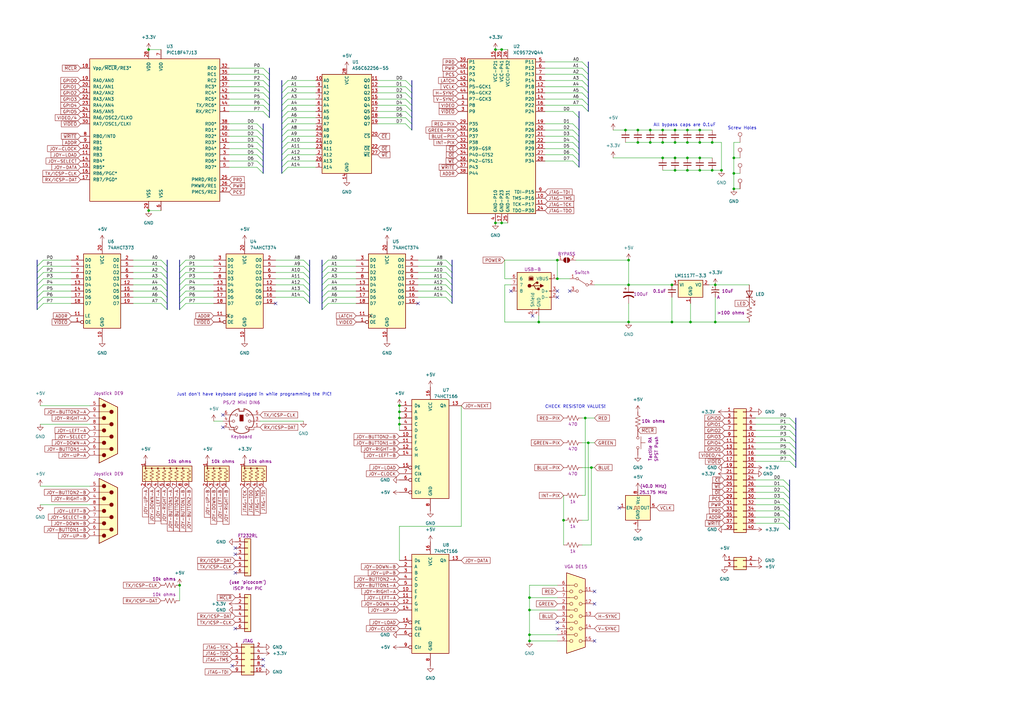
<source format=kicad_sch>
(kicad_sch (version 20230121) (generator eeschema)
  (paper "A3")
  (junction (at 276.86 64.77))
  (junction (at 217.17 250.19))
  (junction (at 60.96 86.36))
  (junction (at 205.74 91.44))
  (junction (at 266.7 53.34))
  (junction (at 275.59 132.08))
  (junction (at 242.57 191.77))
  (junction (at 217.17 260.35))
  (junction (at 300.99 77.47))
  (junction (at 257.81 132.08))
  (junction (at 163.83 166.37))
  (junction (at 241.3 181.61))
  (junction (at 163.83 173.99))
  (junction (at 271.78 53.34))
  (junction (at 287.02 64.77))
  (junction (at 300.99 64.77))
  (junction (at 281.94 53.34))
  (junction (at 60.96 20.32))
  (junction (at 276.86 53.34))
  (junction (at 281.94 64.77))
  (junction (at 287.02 53.34))
  (junction (at 257.81 116.84))
  (junction (at 240.03 171.45))
  (junction (at 261.62 58.42))
  (junction (at 271.78 58.42))
  (junction (at 228.6 114.3))
  (junction (at 276.86 58.42))
  (junction (at 292.1 69.85))
  (junction (at 228.6 106.68))
  (junction (at 203.2 20.32))
  (junction (at 283.21 132.08))
  (junction (at 281.94 58.42))
  (junction (at 217.17 245.11))
  (junction (at 217.17 262.89))
  (junction (at 276.86 69.85))
  (junction (at 266.7 58.42))
  (junction (at 271.78 64.77))
  (junction (at 292.1 58.42))
  (junction (at 275.59 116.84))
  (junction (at 163.83 171.45))
  (junction (at 293.37 132.08))
  (junction (at 261.62 53.34))
  (junction (at 300.99 71.12))
  (junction (at 163.83 168.91))
  (junction (at 231.14 213.36))
  (junction (at 220.98 132.08))
  (junction (at 293.37 116.84))
  (junction (at 256.54 53.34))
  (junction (at 287.02 58.42))
  (junction (at 203.2 91.44))
  (junction (at 281.94 69.85))
  (junction (at 257.81 106.68))
  (junction (at 295.91 69.85))
  (junction (at 73.66 240.03))
  (junction (at 287.02 69.85))
  (junction (at 205.74 20.32))
  (no_connect (at 228.6 257.81))
  (no_connect (at 233.68 119.38))
  (no_connect (at 95.25 273.05))
  (no_connect (at 96.52 257.81))
  (no_connect (at 243.84 242.57))
  (no_connect (at 91.44 170.18))
  (no_connect (at 107.95 273.05))
  (no_connect (at 209.55 119.38))
  (no_connect (at 218.44 129.54))
  (no_connect (at 113.03 124.46))
  (no_connect (at 107.95 270.51))
  (no_connect (at 96.52 227.33))
  (no_connect (at 254 208.28))
  (no_connect (at 228.6 255.27))
  (no_connect (at 228.6 119.38))
  (no_connect (at 96.52 234.95))
  (no_connect (at 243.84 262.89))
  (no_connect (at 91.44 175.26))
  (no_connect (at 243.84 247.65))
  (no_connect (at 96.52 224.79))
  (no_connect (at 228.6 121.92))
  (no_connect (at 171.45 124.46))
  (bus_entry (at 118.11 63.5) (size -2.54 2.54))
  (bus_entry (at 234.95 55.88) (size 2.54 2.54))
  (bus_entry (at 17.78 124.46) (size -2.54 2.54))
  (bus_entry (at 105.41 60.96) (size 2.54 2.54))
  (bus_entry (at 166.37 35.56) (size 2.54 2.54))
  (bus_entry (at 66.04 114.3) (size 2.54 2.54))
  (bus_entry (at 238.76 30.48) (size 2.54 2.54))
  (bus_entry (at 321.31 201.93) (size 2.54 2.54))
  (bus_entry (at 107.95 38.1) (size 2.54 2.54))
  (bus_entry (at 321.31 196.85) (size 2.54 2.54))
  (bus_entry (at 182.88 106.68) (size 2.54 2.54))
  (bus_entry (at 238.76 40.64) (size 2.54 2.54))
  (bus_entry (at 66.04 121.92) (size 2.54 2.54))
  (bus_entry (at 105.41 66.04) (size 2.54 2.54))
  (bus_entry (at 76.2 119.38) (size -2.54 2.54))
  (bus_entry (at 17.78 111.76) (size -2.54 2.54))
  (bus_entry (at 234.95 63.5) (size 2.54 2.54))
  (bus_entry (at 134.62 119.38) (size -2.54 2.54))
  (bus_entry (at 321.31 207.01) (size 2.54 2.54))
  (bus_entry (at 238.76 25.4) (size 2.54 2.54))
  (bus_entry (at 124.46 116.84) (size 2.54 2.54))
  (bus_entry (at 234.95 50.8) (size 2.54 2.54))
  (bus_entry (at 166.37 48.26) (size 2.54 2.54))
  (bus_entry (at 323.85 173.99) (size 2.54 2.54))
  (bus_entry (at 17.78 109.22) (size -2.54 2.54))
  (bus_entry (at 118.11 45.72) (size -2.54 2.54))
  (bus_entry (at 238.76 43.18) (size 2.54 2.54))
  (bus_entry (at 238.76 27.94) (size 2.54 2.54))
  (bus_entry (at 107.95 43.18) (size 2.54 2.54))
  (bus_entry (at 66.04 109.22) (size 2.54 2.54))
  (bus_entry (at 323.85 176.53) (size 2.54 2.54))
  (bus_entry (at 321.31 212.09) (size 2.54 2.54))
  (bus_entry (at 76.2 116.84) (size -2.54 2.54))
  (bus_entry (at 17.78 116.84) (size -2.54 2.54))
  (bus_entry (at 118.11 48.26) (size -2.54 2.54))
  (bus_entry (at 118.11 55.88) (size -2.54 2.54))
  (bus_entry (at 234.95 58.42) (size 2.54 2.54))
  (bus_entry (at 323.85 184.15) (size 2.54 2.54))
  (bus_entry (at 323.85 179.07) (size 2.54 2.54))
  (bus_entry (at 66.04 106.68) (size 2.54 2.54))
  (bus_entry (at 105.41 58.42) (size 2.54 2.54))
  (bus_entry (at 321.31 214.63) (size 2.54 2.54))
  (bus_entry (at 134.62 114.3) (size -2.54 2.54))
  (bus_entry (at 238.76 38.1) (size 2.54 2.54))
  (bus_entry (at 105.41 53.34) (size 2.54 2.54))
  (bus_entry (at 323.85 181.61) (size 2.54 2.54))
  (bus_entry (at 76.2 121.92) (size -2.54 2.54))
  (bus_entry (at 66.04 111.76) (size 2.54 2.54))
  (bus_entry (at 321.31 204.47) (size 2.54 2.54))
  (bus_entry (at 134.62 116.84) (size -2.54 2.54))
  (bus_entry (at 134.62 111.76) (size -2.54 2.54))
  (bus_entry (at 76.2 109.22) (size -2.54 2.54))
  (bus_entry (at 118.11 38.1) (size -2.54 2.54))
  (bus_entry (at 238.76 33.02) (size 2.54 2.54))
  (bus_entry (at 107.95 40.64) (size 2.54 2.54))
  (bus_entry (at 107.95 27.94) (size 2.54 2.54))
  (bus_entry (at 124.46 106.68) (size 2.54 2.54))
  (bus_entry (at 323.85 189.23) (size 2.54 2.54))
  (bus_entry (at 182.88 116.84) (size 2.54 2.54))
  (bus_entry (at 182.88 111.76) (size 2.54 2.54))
  (bus_entry (at 118.11 50.8) (size -2.54 2.54))
  (bus_entry (at 17.78 114.3) (size -2.54 2.54))
  (bus_entry (at 166.37 50.8) (size 2.54 2.54))
  (bus_entry (at 124.46 109.22) (size 2.54 2.54))
  (bus_entry (at 118.11 43.18) (size -2.54 2.54))
  (bus_entry (at 321.31 199.39) (size 2.54 2.54))
  (bus_entry (at 166.37 43.18) (size 2.54 2.54))
  (bus_entry (at 124.46 121.92) (size 2.54 2.54))
  (bus_entry (at 76.2 106.68) (size -2.54 2.54))
  (bus_entry (at 76.2 124.46) (size -2.54 2.54))
  (bus_entry (at 234.95 45.72) (size 2.54 2.54))
  (bus_entry (at 323.85 186.69) (size 2.54 2.54))
  (bus_entry (at 238.76 35.56) (size 2.54 2.54))
  (bus_entry (at 107.95 33.02) (size 2.54 2.54))
  (bus_entry (at 118.11 58.42) (size -2.54 2.54))
  (bus_entry (at 17.78 119.38) (size -2.54 2.54))
  (bus_entry (at 124.46 111.76) (size 2.54 2.54))
  (bus_entry (at 234.95 53.34) (size 2.54 2.54))
  (bus_entry (at 107.95 30.48) (size 2.54 2.54))
  (bus_entry (at 234.95 66.04) (size 2.54 2.54))
  (bus_entry (at 118.11 40.64) (size -2.54 2.54))
  (bus_entry (at 118.11 53.34) (size -2.54 2.54))
  (bus_entry (at 323.85 171.45) (size 2.54 2.54))
  (bus_entry (at 107.95 35.56) (size 2.54 2.54))
  (bus_entry (at 66.04 119.38) (size 2.54 2.54))
  (bus_entry (at 182.88 121.92) (size 2.54 2.54))
  (bus_entry (at 107.95 45.72) (size 2.54 2.54))
  (bus_entry (at 66.04 124.46) (size 2.54 2.54))
  (bus_entry (at 105.41 50.8) (size 2.54 2.54))
  (bus_entry (at 105.41 68.58) (size 2.54 2.54))
  (bus_entry (at 234.95 60.96) (size 2.54 2.54))
  (bus_entry (at 118.11 68.58) (size -2.54 2.54))
  (bus_entry (at 118.11 33.02) (size -2.54 2.54))
  (bus_entry (at 17.78 106.68) (size -2.54 2.54))
  (bus_entry (at 182.88 119.38) (size 2.54 2.54))
  (bus_entry (at 166.37 38.1) (size 2.54 2.54))
  (bus_entry (at 134.62 124.46) (size -2.54 2.54))
  (bus_entry (at 118.11 66.04) (size -2.54 2.54))
  (bus_entry (at 118.11 35.56) (size -2.54 2.54))
  (bus_entry (at 17.78 121.92) (size -2.54 2.54))
  (bus_entry (at 182.88 114.3) (size 2.54 2.54))
  (bus_entry (at 166.37 33.02) (size 2.54 2.54))
  (bus_entry (at 182.88 109.22) (size 2.54 2.54))
  (bus_entry (at 166.37 45.72) (size 2.54 2.54))
  (bus_entry (at 134.62 121.92) (size -2.54 2.54))
  (bus_entry (at 118.11 60.96) (size -2.54 2.54))
  (bus_entry (at 76.2 111.76) (size -2.54 2.54))
  (bus_entry (at 66.04 116.84) (size 2.54 2.54))
  (bus_entry (at 166.37 40.64) (size 2.54 2.54))
  (bus_entry (at 105.41 55.88) (size 2.54 2.54))
  (bus_entry (at 321.31 209.55) (size 2.54 2.54))
  (bus_entry (at 76.2 114.3) (size -2.54 2.54))
  (bus_entry (at 134.62 109.22) (size -2.54 2.54))
  (bus_entry (at 134.62 106.68) (size -2.54 2.54))
  (bus_entry (at 124.46 114.3) (size 2.54 2.54))
  (bus_entry (at 105.41 63.5) (size 2.54 2.54))
  (bus_entry (at 124.46 119.38) (size 2.54 2.54))
  (wire (pts (xy 234.95 58.42) (xy 223.52 58.42)))
  (bus (pts (xy 132.08 119.38) (xy 132.08 121.92)))
  (wire (pts (xy 300.99 64.77) (xy 300.99 71.12)))
  (wire (pts (xy 76.2 111.76) (xy 87.63 111.76)))
  (wire (pts (xy 76.2 114.3) (xy 87.63 114.3)))
  (wire (pts (xy 321.31 212.09) (xy 309.88 212.09)))
  (bus (pts (xy 107.95 60.96) (xy 107.95 63.5)))
  (wire (pts (xy 220.98 132.08) (xy 220.98 129.54)))
  (bus (pts (xy 323.85 199.39) (xy 323.85 201.93)))
  (bus (pts (xy 127 109.22) (xy 127 111.76)))
  (wire (pts (xy 76.2 109.22) (xy 87.63 109.22)))
  (bus (pts (xy 115.57 53.34) (xy 115.57 55.88)))
  (wire (pts (xy 182.88 121.92) (xy 171.45 121.92)))
  (bus (pts (xy 115.57 60.96) (xy 115.57 63.5)))
  (bus (pts (xy 237.49 55.88) (xy 237.49 58.42)))
  (bus (pts (xy 73.66 124.46) (xy 73.66 127)))
  (bus (pts (xy 323.85 214.63) (xy 323.85 217.17)))
  (wire (pts (xy 124.46 121.92) (xy 113.03 121.92)))
  (wire (pts (xy 16.51 207.01) (xy 36.83 207.01)))
  (wire (pts (xy 223.52 33.02) (xy 238.76 33.02)))
  (wire (pts (xy 287.02 58.42) (xy 292.1 58.42)))
  (wire (pts (xy 134.62 111.76) (xy 146.05 111.76)))
  (bus (pts (xy 127 111.76) (xy 127 114.3)))
  (bus (pts (xy 132.08 106.68) (xy 132.08 109.22)))
  (wire (pts (xy 281.94 69.85) (xy 287.02 69.85)))
  (wire (pts (xy 166.37 35.56) (xy 154.94 35.56)))
  (bus (pts (xy 326.39 171.45) (xy 326.39 173.99)))
  (wire (pts (xy 321.31 204.47) (xy 309.88 204.47)))
  (bus (pts (xy 132.08 111.76) (xy 132.08 114.3)))
  (wire (pts (xy 182.88 111.76) (xy 171.45 111.76)))
  (bus (pts (xy 115.57 63.5) (xy 115.57 66.04)))
  (bus (pts (xy 127 114.3) (xy 127 116.84)))
  (wire (pts (xy 266.7 53.34) (xy 271.78 53.34)))
  (wire (pts (xy 93.98 66.04) (xy 105.41 66.04)))
  (wire (pts (xy 17.78 109.22) (xy 29.21 109.22)))
  (wire (pts (xy 76.2 116.84) (xy 87.63 116.84)))
  (wire (pts (xy 231.14 203.2) (xy 231.14 213.36)))
  (bus (pts (xy 15.24 106.68) (xy 15.24 109.22)))
  (bus (pts (xy 115.57 33.02) (xy 115.57 35.56)))
  (wire (pts (xy 283.21 124.46) (xy 283.21 132.08)))
  (wire (pts (xy 207.01 106.68) (xy 207.01 114.3)))
  (wire (pts (xy 223.52 38.1) (xy 238.76 38.1)))
  (wire (pts (xy 309.88 184.15) (xy 323.85 184.15)))
  (wire (pts (xy 66.04 111.76) (xy 54.61 111.76)))
  (wire (pts (xy 17.78 119.38) (xy 29.21 119.38)))
  (bus (pts (xy 241.3 27.94) (xy 241.3 30.48)))
  (wire (pts (xy 281.94 64.77) (xy 287.02 64.77)))
  (wire (pts (xy 163.83 168.91) (xy 163.83 171.45)))
  (wire (pts (xy 238.76 203.2) (xy 240.03 203.2)))
  (wire (pts (xy 321.31 201.93) (xy 309.88 201.93)))
  (wire (pts (xy 292.1 58.42) (xy 295.91 58.42)))
  (bus (pts (xy 132.08 109.22) (xy 132.08 111.76)))
  (wire (pts (xy 243.84 181.61) (xy 241.3 181.61)))
  (bus (pts (xy 326.39 176.53) (xy 326.39 179.07)))
  (bus (pts (xy 68.58 124.46) (xy 68.58 127)))
  (wire (pts (xy 163.83 173.99) (xy 163.83 176.53)))
  (bus (pts (xy 110.49 43.18) (xy 110.49 45.72)))
  (wire (pts (xy 118.11 33.02) (xy 129.54 33.02)))
  (wire (pts (xy 93.98 68.58) (xy 105.41 68.58)))
  (wire (pts (xy 234.95 53.34) (xy 223.52 53.34)))
  (wire (pts (xy 17.78 106.68) (xy 29.21 106.68)))
  (bus (pts (xy 115.57 38.1) (xy 115.57 40.64)))
  (wire (pts (xy 256.54 53.34) (xy 261.62 53.34)))
  (bus (pts (xy 68.58 109.22) (xy 68.58 111.76)))
  (wire (pts (xy 93.98 53.34) (xy 105.41 53.34)))
  (wire (pts (xy 66.04 121.92) (xy 54.61 121.92)))
  (bus (pts (xy 323.85 207.01) (xy 323.85 209.55)))
  (bus (pts (xy 241.3 38.1) (xy 241.3 40.64)))
  (wire (pts (xy 276.86 64.77) (xy 281.94 64.77)))
  (wire (pts (xy 163.83 215.9) (xy 189.23 215.9)))
  (wire (pts (xy 16.51 173.99) (xy 36.83 173.99)))
  (wire (pts (xy 309.88 181.61) (xy 323.85 181.61)))
  (bus (pts (xy 132.08 114.3) (xy 132.08 116.84)))
  (bus (pts (xy 115.57 43.18) (xy 115.57 45.72)))
  (wire (pts (xy 271.78 69.85) (xy 276.86 69.85)))
  (wire (pts (xy 241.3 181.61) (xy 238.76 181.61)))
  (bus (pts (xy 326.39 181.61) (xy 326.39 184.15)))
  (wire (pts (xy 217.17 262.89) (xy 217.17 260.35)))
  (wire (pts (xy 207.01 116.84) (xy 209.55 116.84)))
  (wire (pts (xy 228.6 114.3) (xy 233.68 114.3)))
  (wire (pts (xy 118.11 60.96) (xy 129.54 60.96)))
  (wire (pts (xy 234.95 66.04) (xy 223.52 66.04)))
  (bus (pts (xy 168.91 33.02) (xy 168.91 35.56)))
  (wire (pts (xy 166.37 40.64) (xy 154.94 40.64)))
  (wire (pts (xy 60.96 86.36) (xy 66.04 86.36)))
  (bus (pts (xy 110.49 38.1) (xy 110.49 40.64)))
  (wire (pts (xy 66.04 124.46) (xy 54.61 124.46)))
  (wire (pts (xy 66.04 109.22) (xy 54.61 109.22)))
  (wire (pts (xy 223.52 35.56) (xy 238.76 35.56)))
  (bus (pts (xy 241.3 35.56) (xy 241.3 38.1)))
  (wire (pts (xy 293.37 116.84) (xy 290.83 116.84)))
  (wire (pts (xy 107.95 33.02) (xy 93.98 33.02)))
  (bus (pts (xy 326.39 186.69) (xy 326.39 189.23)))
  (wire (pts (xy 118.11 63.5) (xy 129.54 63.5)))
  (wire (pts (xy 60.96 20.32) (xy 66.04 20.32)))
  (bus (pts (xy 241.3 43.18) (xy 241.3 45.72)))
  (bus (pts (xy 73.66 109.22) (xy 73.66 111.76)))
  (wire (pts (xy 166.37 38.1) (xy 154.94 38.1)))
  (wire (pts (xy 251.46 64.77) (xy 271.78 64.77)))
  (bus (pts (xy 115.57 45.72) (xy 115.57 48.26)))
  (bus (pts (xy 326.39 179.07) (xy 326.39 181.61)))
  (wire (pts (xy 257.81 124.46) (xy 257.81 132.08)))
  (bus (pts (xy 110.49 35.56) (xy 110.49 38.1)))
  (wire (pts (xy 257.81 116.84) (xy 275.59 116.84)))
  (bus (pts (xy 323.85 201.93) (xy 323.85 204.47)))
  (wire (pts (xy 66.04 114.3) (xy 54.61 114.3)))
  (wire (pts (xy 234.95 55.88) (xy 223.52 55.88)))
  (bus (pts (xy 73.66 116.84) (xy 73.66 119.38)))
  (wire (pts (xy 207.01 106.68) (xy 228.6 106.68)))
  (wire (pts (xy 241.3 181.61) (xy 241.3 213.36)))
  (wire (pts (xy 124.46 114.3) (xy 113.03 114.3)))
  (bus (pts (xy 185.42 121.92) (xy 185.42 124.46)))
  (bus (pts (xy 237.49 58.42) (xy 237.49 60.96)))
  (wire (pts (xy 76.2 119.38) (xy 87.63 119.38)))
  (wire (pts (xy 295.91 58.42) (xy 295.91 69.85)))
  (wire (pts (xy 203.2 20.32) (xy 205.74 20.32)))
  (bus (pts (xy 107.95 50.8) (xy 107.95 53.34)))
  (bus (pts (xy 107.95 58.42) (xy 107.95 60.96)))
  (wire (pts (xy 118.11 35.56) (xy 129.54 35.56)))
  (wire (pts (xy 182.88 116.84) (xy 171.45 116.84)))
  (wire (pts (xy 217.17 245.11) (xy 228.6 245.11)))
  (wire (pts (xy 321.31 196.85) (xy 309.88 196.85)))
  (wire (pts (xy 107.95 27.94) (xy 93.98 27.94)))
  (wire (pts (xy 234.95 60.96) (xy 223.52 60.96)))
  (wire (pts (xy 93.98 45.72) (xy 107.95 45.72)))
  (bus (pts (xy 168.91 35.56) (xy 168.91 38.1)))
  (wire (pts (xy 217.17 260.35) (xy 228.6 260.35)))
  (wire (pts (xy 238.76 223.52) (xy 242.57 223.52)))
  (wire (pts (xy 271.78 58.42) (xy 276.86 58.42)))
  (wire (pts (xy 118.11 66.04) (xy 129.54 66.04)))
  (bus (pts (xy 237.49 48.26) (xy 237.49 53.34)))
  (wire (pts (xy 163.83 171.45) (xy 163.83 173.99)))
  (bus (pts (xy 115.57 35.56) (xy 115.57 38.1)))
  (bus (pts (xy 185.42 119.38) (xy 185.42 121.92)))
  (bus (pts (xy 15.24 111.76) (xy 15.24 114.3)))
  (wire (pts (xy 118.11 48.26) (xy 129.54 48.26)))
  (wire (pts (xy 276.86 53.34) (xy 281.94 53.34)))
  (wire (pts (xy 203.2 91.44) (xy 205.74 91.44)))
  (wire (pts (xy 242.57 191.77) (xy 238.76 191.77)))
  (wire (pts (xy 17.78 124.46) (xy 29.21 124.46)))
  (wire (pts (xy 106.68 172.72) (xy 124.46 172.72)))
  (wire (pts (xy 205.74 20.32) (xy 208.28 20.32)))
  (wire (pts (xy 234.95 50.8) (xy 223.52 50.8)))
  (wire (pts (xy 118.11 38.1) (xy 129.54 38.1)))
  (bus (pts (xy 326.39 184.15) (xy 326.39 186.69)))
  (wire (pts (xy 166.37 50.8) (xy 154.94 50.8)))
  (wire (pts (xy 271.78 64.77) (xy 276.86 64.77)))
  (bus (pts (xy 132.08 121.92) (xy 132.08 124.46)))
  (bus (pts (xy 237.49 63.5) (xy 237.49 66.04)))
  (wire (pts (xy 321.31 214.63) (xy 309.88 214.63)))
  (wire (pts (xy 236.22 106.68) (xy 257.81 106.68)))
  (wire (pts (xy 217.17 250.19) (xy 217.17 245.11)))
  (wire (pts (xy 293.37 116.84) (xy 307.34 116.84)))
  (wire (pts (xy 76.2 106.68) (xy 87.63 106.68)))
  (bus (pts (xy 107.95 66.04) (xy 107.95 68.58)))
  (wire (pts (xy 261.62 58.42) (xy 266.7 58.42)))
  (wire (pts (xy 303.53 58.42) (xy 300.99 58.42)))
  (wire (pts (xy 293.37 121.92) (xy 293.37 132.08)))
  (wire (pts (xy 93.98 55.88) (xy 105.41 55.88)))
  (wire (pts (xy 107.95 35.56) (xy 93.98 35.56)))
  (bus (pts (xy 185.42 106.68) (xy 185.42 109.22)))
  (wire (pts (xy 223.52 25.4) (xy 238.76 25.4)))
  (wire (pts (xy 300.99 58.42) (xy 300.99 64.77)))
  (bus (pts (xy 107.95 68.58) (xy 107.95 71.12)))
  (bus (pts (xy 127 106.68) (xy 127 109.22)))
  (bus (pts (xy 168.91 40.64) (xy 168.91 43.18)))
  (bus (pts (xy 168.91 50.8) (xy 168.91 53.34)))
  (wire (pts (xy 134.62 114.3) (xy 146.05 114.3)))
  (wire (pts (xy 124.46 111.76) (xy 113.03 111.76)))
  (wire (pts (xy 134.62 124.46) (xy 146.05 124.46)))
  (wire (pts (xy 257.81 106.68) (xy 257.81 116.84)))
  (wire (pts (xy 163.83 229.87) (xy 163.83 215.9)))
  (wire (pts (xy 118.11 40.64) (xy 129.54 40.64)))
  (bus (pts (xy 68.58 121.92) (xy 68.58 124.46)))
  (wire (pts (xy 118.11 58.42) (xy 129.54 58.42)))
  (wire (pts (xy 189.23 215.9) (xy 189.23 166.37)))
  (wire (pts (xy 217.17 250.19) (xy 228.6 250.19)))
  (bus (pts (xy 15.24 121.92) (xy 15.24 124.46)))
  (wire (pts (xy 275.59 132.08) (xy 283.21 132.08)))
  (bus (pts (xy 15.24 119.38) (xy 15.24 121.92)))
  (bus (pts (xy 107.95 53.34) (xy 107.95 55.88)))
  (wire (pts (xy 76.2 121.92) (xy 87.63 121.92)))
  (wire (pts (xy 234.95 63.5) (xy 223.52 63.5)))
  (bus (pts (xy 15.24 114.3) (xy 15.24 116.84)))
  (wire (pts (xy 134.62 119.38) (xy 146.05 119.38)))
  (bus (pts (xy 68.58 116.84) (xy 68.58 119.38)))
  (wire (pts (xy 300.99 71.12) (xy 300.99 77.47)))
  (wire (pts (xy 281.94 53.34) (xy 287.02 53.34)))
  (bus (pts (xy 115.57 66.04) (xy 115.57 68.58)))
  (wire (pts (xy 118.11 53.34) (xy 129.54 53.34)))
  (bus (pts (xy 115.57 58.42) (xy 115.57 60.96)))
  (bus (pts (xy 68.58 106.68) (xy 68.58 109.22)))
  (wire (pts (xy 223.52 30.48) (xy 238.76 30.48)))
  (bus (pts (xy 15.24 124.46) (xy 15.24 127)))
  (bus (pts (xy 68.58 111.76) (xy 68.58 114.3)))
  (bus (pts (xy 237.49 60.96) (xy 237.49 63.5)))
  (wire (pts (xy 124.46 116.84) (xy 113.03 116.84)))
  (bus (pts (xy 110.49 40.64) (xy 110.49 43.18)))
  (wire (pts (xy 73.66 240.03) (xy 73.66 246.38)))
  (wire (pts (xy 118.11 43.18) (xy 129.54 43.18)))
  (bus (pts (xy 107.95 63.5) (xy 107.95 66.04)))
  (wire (pts (xy 223.52 40.64) (xy 238.76 40.64)))
  (wire (pts (xy 17.78 111.76) (xy 29.21 111.76)))
  (wire (pts (xy 163.83 166.37) (xy 163.83 168.91)))
  (wire (pts (xy 228.6 106.68) (xy 228.6 114.3)))
  (wire (pts (xy 124.46 106.68) (xy 113.03 106.68)))
  (bus (pts (xy 185.42 114.3) (xy 185.42 116.84)))
  (wire (pts (xy 323.85 176.53) (xy 309.88 176.53)))
  (wire (pts (xy 220.98 132.08) (xy 207.01 132.08)))
  (wire (pts (xy 217.17 240.03) (xy 228.6 240.03)))
  (wire (pts (xy 309.88 189.23) (xy 323.85 189.23)))
  (bus (pts (xy 68.58 114.3) (xy 68.58 116.84)))
  (wire (pts (xy 107.95 30.48) (xy 93.98 30.48)))
  (wire (pts (xy 309.88 186.69) (xy 323.85 186.69)))
  (wire (pts (xy 118.11 55.88) (xy 129.54 55.88)))
  (wire (pts (xy 166.37 43.18) (xy 154.94 43.18)))
  (wire (pts (xy 166.37 33.02) (xy 154.94 33.02)))
  (wire (pts (xy 166.37 45.72) (xy 154.94 45.72)))
  (bus (pts (xy 127 116.84) (xy 127 119.38)))
  (wire (pts (xy 217.17 260.35) (xy 217.17 250.19)))
  (wire (pts (xy 300.99 77.47) (xy 303.53 77.47)))
  (bus (pts (xy 115.57 48.26) (xy 115.57 50.8)))
  (wire (pts (xy 261.62 53.34) (xy 266.7 53.34)))
  (wire (pts (xy 17.78 116.84) (xy 29.21 116.84)))
  (wire (pts (xy 292.1 69.85) (xy 295.91 69.85)))
  (wire (pts (xy 93.98 40.64) (xy 107.95 40.64)))
  (wire (pts (xy 271.78 53.34) (xy 276.86 53.34)))
  (bus (pts (xy 73.66 121.92) (xy 73.66 124.46)))
  (bus (pts (xy 237.49 45.72) (xy 237.49 48.26)))
  (wire (pts (xy 207.01 132.08) (xy 207.01 116.84)))
  (bus (pts (xy 168.91 38.1) (xy 168.91 40.64)))
  (bus (pts (xy 15.24 116.84) (xy 15.24 119.38)))
  (wire (pts (xy 323.85 171.45) (xy 309.88 171.45)))
  (bus (pts (xy 110.49 33.02) (xy 110.49 35.56)))
  (bus (pts (xy 323.85 204.47) (xy 323.85 207.01)))
  (wire (pts (xy 134.62 106.68) (xy 146.05 106.68)))
  (bus (pts (xy 185.42 116.84) (xy 185.42 119.38)))
  (wire (pts (xy 217.17 262.89) (xy 228.6 262.89)))
  (bus (pts (xy 241.3 30.48) (xy 241.3 33.02)))
  (wire (pts (xy 287.02 53.34) (xy 292.1 53.34)))
  (wire (pts (xy 17.78 114.3) (xy 29.21 114.3)))
  (bus (pts (xy 115.57 68.58) (xy 115.57 71.12)))
  (wire (pts (xy 93.98 60.96) (xy 105.41 60.96)))
  (wire (pts (xy 240.03 171.45) (xy 240.03 203.2)))
  (bus (pts (xy 110.49 30.48) (xy 110.49 33.02)))
  (wire (pts (xy 207.01 114.3) (xy 209.55 114.3)))
  (wire (pts (xy 93.98 58.42) (xy 105.41 58.42)))
  (wire (pts (xy 287.02 69.85) (xy 292.1 69.85)))
  (bus (pts (xy 73.66 111.76) (xy 73.66 114.3)))
  (wire (pts (xy 93.98 50.8) (xy 105.41 50.8)))
  (wire (pts (xy 166.37 48.26) (xy 154.94 48.26)))
  (wire (pts (xy 205.74 91.44) (xy 208.28 91.44)))
  (wire (pts (xy 16.51 166.37) (xy 36.83 166.37)))
  (bus (pts (xy 73.66 106.68) (xy 73.66 109.22)))
  (bus (pts (xy 323.85 209.55) (xy 323.85 212.09)))
  (wire (pts (xy 182.88 106.68) (xy 171.45 106.68)))
  (bus (pts (xy 110.49 27.94) (xy 110.49 30.48)))
  (wire (pts (xy 76.2 124.46) (xy 87.63 124.46)))
  (wire (pts (xy 275.59 121.92) (xy 275.59 132.08)))
  (wire (pts (xy 182.88 109.22) (xy 171.45 109.22)))
  (bus (pts (xy 132.08 116.84) (xy 132.08 119.38)))
  (bus (pts (xy 115.57 40.64) (xy 115.57 43.18)))
  (wire (pts (xy 124.46 109.22) (xy 113.03 109.22)))
  (bus (pts (xy 15.24 109.22) (xy 15.24 111.76)))
  (wire (pts (xy 93.98 43.18) (xy 107.95 43.18)))
  (bus (pts (xy 168.91 45.72) (xy 168.91 48.26)))
  (wire (pts (xy 118.11 50.8) (xy 129.54 50.8)))
  (wire (pts (xy 182.88 114.3) (xy 171.45 114.3)))
  (bus (pts (xy 185.42 111.76) (xy 185.42 114.3)))
  (wire (pts (xy 256.54 58.42) (xy 261.62 58.42)))
  (bus (pts (xy 68.58 119.38) (xy 68.58 121.92)))
  (wire (pts (xy 321.31 199.39) (xy 309.88 199.39)))
  (wire (pts (xy 17.78 121.92) (xy 29.21 121.92)))
  (wire (pts (xy 323.85 179.07) (xy 309.88 179.07)))
  (wire (pts (xy 276.86 58.42) (xy 281.94 58.42)))
  (bus (pts (xy 323.85 212.09) (xy 323.85 214.63)))
  (wire (pts (xy 257.81 132.08) (xy 275.59 132.08)))
  (wire (pts (xy 293.37 132.08) (xy 307.34 132.08)))
  (bus (pts (xy 241.3 40.64) (xy 241.3 43.18)))
  (wire (pts (xy 66.04 116.84) (xy 54.61 116.84)))
  (wire (pts (xy 93.98 63.5) (xy 105.41 63.5)))
  (wire (pts (xy 251.46 53.34) (xy 256.54 53.34)))
  (bus (pts (xy 115.57 55.88) (xy 115.57 58.42)))
  (wire (pts (xy 118.11 45.72) (xy 129.54 45.72)))
  (bus (pts (xy 115.57 50.8) (xy 115.57 53.34)))
  (wire (pts (xy 276.86 69.85) (xy 281.94 69.85)))
  (bus (pts (xy 326.39 189.23) (xy 326.39 191.77)))
  (wire (pts (xy 293.37 132.08) (xy 283.21 132.08)))
  (wire (pts (xy 243.84 191.77) (xy 242.57 191.77)))
  (bus (pts (xy 241.3 33.02) (xy 241.3 35.56)))
  (bus (pts (xy 323.85 196.85) (xy 323.85 199.39)))
  (wire (pts (xy 66.04 106.68) (xy 54.61 106.68)))
  (wire (pts (xy 182.88 119.38) (xy 171.45 119.38)))
  (wire (pts (xy 134.62 109.22) (xy 146.05 109.22)))
  (wire (pts (xy 118.11 68.58) (xy 129.54 68.58)))
  (wire (pts (xy 16.51 199.39) (xy 36.83 199.39)))
  (wire (pts (xy 243.84 116.84) (xy 257.81 116.84)))
  (bus (pts (xy 241.3 25.4) (xy 241.3 27.94)))
  (bus (pts (xy 185.42 109.22) (xy 185.42 111.76)))
  (wire (pts (xy 223.52 43.18) (xy 238.76 43.18)))
  (bus (pts (xy 127 121.92) (xy 127 124.46)))
  (bus (pts (xy 237.49 66.04) (xy 237.49 68.58)))
  (wire (pts (xy 242.57 191.77) (xy 242.57 223.52)))
  (wire (pts (xy 223.52 27.94) (xy 238.76 27.94)))
  (bus (pts (xy 168.91 48.26) (xy 168.91 50.8)))
  (wire (pts (xy 300.99 71.12) (xy 303.53 71.12)))
  (wire (pts (xy 234.95 45.72) (xy 223.52 45.72)))
  (wire (pts (xy 93.98 38.1) (xy 107.95 38.1)))
  (wire (pts (xy 321.31 207.01) (xy 309.88 207.01)))
  (bus (pts (xy 168.91 43.18) (xy 168.91 45.72)))
  (wire (pts (xy 238.76 213.36) (xy 241.3 213.36)))
  (bus (pts (xy 237.49 53.34) (xy 237.49 55.88)))
  (wire (pts (xy 87.63 172.72) (xy 91.44 172.72)))
  (wire (pts (xy 231.14 213.36) (xy 231.14 223.52)))
  (bus (pts (xy 127 119.38) (xy 127 121.92)))
  (wire (pts (xy 281.94 58.42) (xy 287.02 58.42)))
  (wire (pts (xy 300.99 64.77) (xy 303.53 64.77)))
  (wire (pts (xy 323.85 173.99) (xy 309.88 173.99)))
  (wire (pts (xy 287.02 64.77) (xy 292.1 64.77)))
  (wire (pts (xy 266.7 58.42) (xy 271.78 58.42)))
  (bus (pts (xy 110.49 45.72) (xy 110.49 48.26)))
  (bus (pts (xy 326.39 173.99) (xy 326.39 176.53)))
  (wire (pts (xy 243.84 171.45) (xy 240.03 171.45)))
  (bus (pts (xy 107.95 55.88) (xy 107.95 58.42)))
  (bus (pts (xy 132.08 124.46) (xy 132.08 127)))
  (wire (pts (xy 220.98 132.08) (xy 257.81 132.08)))
  (wire (pts (xy 217.17 245.11) (xy 217.17 240.03)))
  (bus (pts (xy 73.66 119.38) (xy 73.66 121.92)))
  (wire (pts (xy 134.62 121.92) (xy 146.05 121.92)))
  (wire (pts (xy 66.04 119.38) (xy 54.61 119.38)))
  (bus (pts (xy 73.66 114.3) (xy 73.66 116.84)))
  (wire (pts (xy 134.62 116.84) (xy 146.05 116.84)))
  (wire (pts (xy 240.03 171.45) (xy 238.76 171.45)))
  (wire (pts (xy 124.46 119.38) (xy 113.03 119.38)))
  (wire (pts (xy 321.31 209.55) (xy 309.88 209.55)))
  (text "CHECK RESISTOR VALUES!" (at 223.52 167.64 0) (effects (font (size 1.27 1.27)) (justify left bottom)))
  (text "Just don't have keyboard plugged in while programming the PIC!" (at 72.39 162.56 0) (effects (font (size 1.27 1.27)) (justify left bottom)))
  (text "All bypass caps are 0.1uF" (at 267.97 52.07 0) (effects (font (size 1.27 1.27)) (justify left bottom)))
  (text "Screw Holes" (at 298.45 53.34 0) (effects (font (size 1.27 1.27)) (justify left bottom)))
  (label "P5" (at 19.05 119.38 0))
  (label "A14" (at 123.19 121.92 180))
  (label "A8" (at 181.61 106.68 180))
  (label "A0" (at 237.49 25.4 180))
  (label "P1" (at 106.68 30.48 180))
  (label "P7" (at 19.05 124.46 0))
  (label "P0" (at 322.58 171.45 180))
  (label "D5" (at 320.04 209.55 180))
  (label "A0" (at 64.77 106.68 180))
  (label "A6" (at 237.49 40.64 180))
  (label "A1" (at 64.77 109.22 180))
  (label "A7" (at 119.38 50.8 0))
  (label "D6" (at 104.14 66.04 180))
  (label "A8" (at 123.19 106.68 180))
  (label "P2" (at 322.58 176.53 180))
  (label "D6" (at 165.1 48.26 180))
  (label "D7" (at 165.1 50.8 180))
  (label "P7" (at 322.58 189.23 180))
  (label "A1" (at 119.38 35.56 0))
  (label "A7" (at 237.49 43.18 180))
  (label "D1" (at 104.14 53.34 180))
  (label "A6" (at 64.77 121.92 180))
  (label "D4" (at 320.04 207.01 180))
  (label "A6" (at 119.38 48.26 0))
  (label "A12" (at 119.38 63.5 0))
  (label "A4" (at 135.89 116.84 0))
  (label "A9" (at 123.19 109.22 180))
  (label "D1" (at 165.1 35.56 180))
  (label "P7" (at 106.68 45.72 180))
  (label "D0" (at 320.04 196.85 180))
  (label "D1" (at 233.68 50.8 180))
  (label "D6" (at 233.68 63.5 180))
  (label "P6" (at 322.58 186.69 180))
  (label "P4" (at 19.05 116.84 0))
  (label "P2" (at 77.47 111.76 0))
  (label "P5" (at 322.58 184.15 180))
  (label "D3" (at 104.14 58.42 180))
  (label "A8" (at 119.38 53.34 0))
  (label "A4" (at 237.49 35.56 180))
  (label "P2" (at 19.05 111.76 0))
  (label "P1" (at 322.58 173.99 180))
  (label "D3" (at 165.1 40.64 180))
  (label "A2" (at 237.49 30.48 180))
  (label "A9" (at 181.61 109.22 180))
  (label "D0" (at 165.1 33.02 180))
  (label "D5" (at 104.14 63.5 180))
  (label "P6" (at 77.47 121.92 0))
  (label "D7" (at 320.04 214.63 180))
  (label "D7" (at 104.14 68.58 180))
  (label "D2" (at 233.68 53.34 180))
  (label "D4" (at 104.14 60.96 180))
  (label "A10" (at 123.19 111.76 180))
  (label "A12" (at 181.61 116.84 180))
  (label "D3" (at 233.68 55.88 180))
  (label "A2" (at 135.89 111.76 0))
  (label "A2" (at 64.77 111.76 180))
  (label "A3" (at 135.89 114.3 0))
  (label "A4" (at 64.77 116.84 180))
  (label "A0" (at 135.89 106.68 0))
  (label "D7" (at 233.68 66.04 180))
  (label "P2" (at 106.68 33.02 180))
  (label "A3" (at 119.38 40.64 0))
  (label "P3" (at 322.58 179.07 180))
  (label "D2" (at 104.14 55.88 180))
  (label "A3" (at 237.49 33.02 180))
  (label "D4" (at 233.68 58.42 180))
  (label "D5" (at 165.1 45.72 180))
  (label "P0" (at 77.47 106.68 0))
  (label "A1" (at 237.49 27.94 180))
  (label "A10" (at 181.61 111.76 180))
  (label "D2" (at 320.04 201.93 180))
  (label "P1" (at 77.47 109.22 0))
  (label "A0" (at 119.38 33.02 0))
  (label "A6" (at 135.89 121.92 0))
  (label "A1" (at 135.89 109.22 0))
  (label "A7" (at 64.77 124.46 180))
  (label "A11" (at 181.61 114.3 180))
  (label "A7" (at 135.89 124.46 0))
  (label "A13" (at 181.61 119.38 180))
  (label "P6" (at 19.05 121.92 0))
  (label "D0" (at 233.68 45.72 180))
  (label "P7" (at 77.47 124.46 0))
  (label "A5" (at 237.49 38.1 180))
  (label "P3" (at 77.47 114.3 0))
  (label "A13" (at 119.38 66.04 0))
  (label "P5" (at 77.47 119.38 0))
  (label "A11" (at 119.38 60.96 0))
  (label "D3" (at 320.04 204.47 180))
  (label "A5" (at 119.38 45.72 0))
  (label "A14" (at 181.61 121.92 180))
  (label "P5" (at 106.68 40.64 180))
  (label "A14" (at 119.38 68.58 0))
  (label "D0" (at 104.14 50.8 180))
  (label "A5" (at 135.89 119.38 0))
  (label "A11" (at 123.19 114.3 180))
  (label "D6" (at 320.04 212.09 180))
  (label "A4" (at 119.38 43.18 0))
  (label "D4" (at 165.1 43.18 180))
  (label "D5" (at 233.68 60.96 180))
  (label "A13" (at 123.19 119.38 180))
  (label "A2" (at 119.38 38.1 0))
  (label "P0" (at 19.05 106.68 0))
  (label "P4" (at 322.58 181.61 180))
  (label "P3" (at 19.05 114.3 0))
  (label "A9" (at 119.38 55.88 0))
  (label "D2" (at 165.1 38.1 180))
  (label "A12" (at 123.19 116.84 180))
  (label "P4" (at 106.68 38.1 180))
  (label "P4" (at 77.47 116.84 0))
  (label "A5" (at 64.77 119.38 180))
  (label "P1" (at 19.05 109.22 0))
  (label "P3" (at 106.68 35.56 180))
  (label "A3" (at 64.77 114.3 180))
  (label "P6" (at 106.68 43.18 180))
  (label "D1" (at 320.04 199.39 180))
  (label "P0" (at 106.68 27.94 180))
  (label "A10" (at 119.38 58.42 0))
  (global_label "JOY-BUTTON2-A" (shape input) (at 72.39 199.39 270) (property "Intersheetrefs" "${INTERSHEET_REFS}" (effects hide)))
  (global_label "BLUE" (shape input) (at 243.84 191.77 0) (property "Intersheetrefs" "${INTERSHEET_REFS}" (effects hide)))
  (global_label "~{VIDEO}" (shape input) (at 87.63 132.08 180) (property "Intersheetrefs" "${INTERSHEET_REFS}" (effects hide)))
  (global_label "JOY-UP-A" (shape input) (at 59.69 199.39 270) (property "Intersheetrefs" "${INTERSHEET_REFS}" (effects hide)))
  (global_label "JTAG-TDI" (shape input) (at 223.52 78.74 0) (property "Intersheetrefs" "${INTERSHEET_REFS}" (effects hide)))
  (global_label "~{CE}" (shape input) (at 154.94 55.88 0) (property "Intersheetrefs" "${INTERSHEET_REFS}" (effects hide)))
  (global_label "GPIO5" (shape input) (at 33.02 45.72 180) (property "Intersheetrefs" "${INTERSHEET_REFS}" (effects hide)))
  (global_label "GREEN-PIX" (shape input) (at 231.14 181.61 180) (property "Intersheetrefs" "${INTERSHEET_REFS}" (effects hide)))
  (global_label "V-SYNC" (shape input) (at 243.84 257.81 0) (property "Intersheetrefs" "${INTERSHEET_REFS}" (effects hide)))
  (global_label "JOY-CLOCK" (shape input) (at 33.02 60.96 180) (property "Intersheetrefs" "${INTERSHEET_REFS}" (effects hide)))
  (global_label "RX{slash}ICSP-DAT" (shape input) (at 66.04 246.38 180) (property "Intersheetrefs" "${INTERSHEET_REFS}" (effects hide)))
  (global_label "JOY-LEFT-A" (shape input) (at 64.77 199.39 270) (property "Intersheetrefs" "${INTERSHEET_REFS}" (effects hide)))
  (global_label "RED" (shape input) (at 243.84 171.45 0) (property "Intersheetrefs" "${INTERSHEET_REFS}" (effects hide)))
  (global_label "JOY-UP-B" (shape input) (at 85.09 199.39 270) (property "Intersheetrefs" "${INTERSHEET_REFS}" (effects hide)))
  (global_label "JOY-RIGHT-B" (shape input) (at 36.83 204.47 180) (property "Intersheetrefs" "${INTERSHEET_REFS}" (effects hide)))
  (global_label "~{OE}" (shape input) (at 154.94 60.96 0) (property "Intersheetrefs" "${INTERSHEET_REFS}" (effects hide)))
  (global_label "JOY-LEFT-B" (shape input) (at 90.17 199.39 270) (property "Intersheetrefs" "${INTERSHEET_REFS}" (effects hide)))
  (global_label "GPIO1" (shape input) (at 33.02 35.56 180) (property "Intersheetrefs" "${INTERSHEET_REFS}" (effects hide)))
  (global_label "JTAG-TDO" (shape input) (at 95.25 267.97 180) (property "Intersheetrefs" "${INTERSHEET_REFS}" (effects hide)))
  (global_label "JOY-BUTTON1-B" (shape input) (at 74.93 199.39 270) (property "Intersheetrefs" "${INTERSHEET_REFS}" (effects hide)))
  (global_label "JOY-UP-B" (shape input) (at 163.83 234.95 180) (property "Intersheetrefs" "${INTERSHEET_REFS}" (effects hide)))
  (global_label "H-SYNC" (shape input) (at 187.96 38.1 180) (property "Intersheetrefs" "${INTERSHEET_REFS}" (effects hide)))
  (global_label "JOY-RIGHT-B" (shape input) (at 92.71 199.39 270) (property "Intersheetrefs" "${INTERSHEET_REFS}" (effects hide)))
  (global_label "PRD" (shape input) (at 93.98 73.66 0) (property "Intersheetrefs" "${INTERSHEET_REFS}" (effects hide)))
  (global_label "INT-PIX" (shape input) (at 187.96 58.42 180) (property "Intersheetrefs" "${INTERSHEET_REFS}" (effects hide)))
  (global_label "JOY-LOAD" (shape input) (at 163.83 255.27 180) (property "Intersheetrefs" "${INTERSHEET_REFS}" (effects hide)))
  (global_label "JOY-BUTTON2-A" (shape input) (at 163.83 237.49 180) (property "Intersheetrefs" "${INTERSHEET_REFS}" (effects hide)))
  (global_label "~{MCLR}" (shape input) (at 33.02 27.94 180) (property "Intersheetrefs" "${INTERSHEET_REFS}" (effects hide)))
  (global_label "~{WE}" (shape input) (at 154.94 63.5 0) (property "Intersheetrefs" "${INTERSHEET_REFS}" (effects hide)))
  (global_label "LED" (shape input) (at 307.34 124.46 180) (property "Intersheetrefs" "${INTERSHEET_REFS}" (effects hide)))
  (global_label "VIDEO{slash}4" (shape input) (at 297.18 186.69 180) (property "Intersheetrefs" "${INTERSHEET_REFS}" (effects hide)))
  (global_label "JOY-RIGHT-A" (shape input) (at 67.31 199.39 270) (property "Intersheetrefs" "${INTERSHEET_REFS}" (effects hide)))
  (global_label "TX{slash}ICSP-CLK" (shape input) (at 96.52 255.27 180) (property "Intersheetrefs" "${INTERSHEET_REFS}" (effects hide)))
  (global_label "JOY-SELECT" (shape input) (at 36.83 179.07 180) (property "Intersheetrefs" "${INTERSHEET_REFS}" (effects hide)))
  (global_label "GPIO1" (shape input) (at 297.18 173.99 180) (property "Intersheetrefs" "${INTERSHEET_REFS}" (effects hide)))
  (global_label "VIDEO" (shape input) (at 187.96 43.18 180) (property "Intersheetrefs" "${INTERSHEET_REFS}" (effects hide)))
  (global_label "JTAG-TCK" (shape input) (at 223.52 83.82 0) (property "Intersheetrefs" "${INTERSHEET_REFS}" (effects hide)))
  (global_label "RX{slash}ICSP-DAT" (shape input) (at 106.68 175.26 0) (property "Intersheetrefs" "${INTERSHEET_REFS}" (effects hide)))
  (global_label "~{WRITE}" (shape input) (at 33.02 55.88 180) (property "Intersheetrefs" "${INTERSHEET_REFS}" (effects hide)))
  (global_label "~{MCLR}" (shape input) (at 261.62 176.53 0) (property "Intersheetrefs" "${INTERSHEET_REFS}" (effects hide)))
  (global_label "PCS" (shape input) (at 187.96 30.48 180) (property "Intersheetrefs" "${INTERSHEET_REFS}" (effects hide)))
  (global_label "JOY-BUTTON2-B" (shape input) (at 36.83 201.93 180) (property "Intersheetrefs" "${INTERSHEET_REFS}" (effects hide)))
  (global_label "JOY-DOWN-B" (shape input) (at 87.63 199.39 270) (property "Intersheetrefs" "${INTERSHEET_REFS}" (effects hide)))
  (global_label "INT-PIX" (shape input) (at 231.14 203.2 180) (property "Intersheetrefs" "${INTERSHEET_REFS}" (effects hide)))
  (global_label "JOY-BUTTON1-B" (shape input) (at 36.83 217.17 180) (property "Intersheetrefs" "${INTERSHEET_REFS}" (effects hide)))
  (global_label "JOY-CLOCK" (shape input) (at 163.83 194.31 180) (property "Intersheetrefs" "${INTERSHEET_REFS}" (effects hide)))
  (global_label "H-SYNC" (shape input) (at 243.84 252.73 0) (property "Intersheetrefs" "${INTERSHEET_REFS}" (effects hide)))
  (global_label "JOY-LEFT-B" (shape input) (at 163.83 186.69 180) (property "Intersheetrefs" "${INTERSHEET_REFS}" (effects hide)))
  (global_label "GPIO4" (shape input) (at 33.02 43.18 180) (property "Intersheetrefs" "${INTERSHEET_REFS}" (effects hide)))
  (global_label "GPIO2" (shape input) (at 297.18 176.53 180) (property "Intersheetrefs" "${INTERSHEET_REFS}" (effects hide)))
  (global_label "V-SYNC" (shape input) (at 187.96 40.64 180) (property "Intersheetrefs" "${INTERSHEET_REFS}" (effects hide)))
  (global_label "ADDR" (shape input) (at 87.63 129.54 180) (property "Intersheetrefs" "${INTERSHEET_REFS}" (effects hide)))
  (global_label "ADDR" (shape input) (at 33.02 58.42 180) (property "Intersheetrefs" "${INTERSHEET_REFS}" (effects hide)))
  (global_label "RED" (shape input) (at 228.6 242.57 180) (property "Intersheetrefs" "${INTERSHEET_REFS}" (effects hide)))
  (global_label "JOY-NEXT" (shape input) (at 189.23 166.37 0) (property "Intersheetrefs" "${INTERSHEET_REFS}" (effects hide)))
  (global_label "TX{slash}ICSP-CLK" (shape input) (at 96.52 232.41 180) (property "Intersheetrefs" "${INTERSHEET_REFS}" (effects hide)))
  (global_label "GREEN-PIX" (shape input) (at 187.96 53.34 180) (property "Intersheetrefs" "${INTERSHEET_REFS}" (effects hide)))
  (global_label "~{VIDEO}" (shape input) (at 187.96 45.72 180) (property "Intersheetrefs" "${INTERSHEET_REFS}" (effects hide)))
  (global_label "JOY-SELECT-B" (shape input) (at 36.83 212.09 180) (property "Intersheetrefs" "${INTERSHEET_REFS}" (effects hide)))
  (global_label "BLUE-PIX" (shape input) (at 187.96 55.88 180) (property "Intersheetrefs" "${INTERSHEET_REFS}" (effects hide)))
  (global_label "JOY-RIGHT-A" (shape input) (at 163.83 242.57 180) (property "Intersheetrefs" "${INTERSHEET_REFS}" (effects hide)))
  (global_label "JOY-LEFT-A" (shape input) (at 163.83 245.11 180) (property "Intersheetrefs" "${INTERSHEET_REFS}" (effects hide)))
  (global_label "JOY-BUTTON2-A" (shape input) (at 36.83 168.91 180) (property "Intersheetrefs" "${INTERSHEET_REFS}" (effects hide)))
  (global_label "PRD" (shape input) (at 297.18 209.55 180) (property "Intersheetrefs" "${INTERSHEET_REFS}" (effects hide)))
  (global_label "JOY-UP-A" (shape input) (at 163.83 250.19 180) (property "Intersheetrefs" "${INTERSHEET_REFS}" (effects hide)))
  (global_label "LATCH" (shape input) (at 187.96 33.02 180) (property "Intersheetrefs" "${INTERSHEET_REFS}" (effects hide)))
  (global_label "VCLK" (shape input) (at 269.24 208.28 0) (property "Intersheetrefs" "${INTERSHEET_REFS}" (effects hide)))
  (global_label "RED-PIX" (shape input) (at 187.96 50.8 180) (property "Intersheetrefs" "${INTERSHEET_REFS}" (effects hide)))
  (global_label "PCS" (shape input) (at 93.98 78.74 0) (property "Intersheetrefs" "${INTERSHEET_REFS}" (effects hide)))
  (global_label "JTAG-TDO" (shape input) (at 102.87 199.39 270) (property "Intersheetrefs" "${INTERSHEET_REFS}" (effects hide)))
  (global_label "JOY-BUTTON2-B" (shape input) (at 77.47 199.39 270) (property "Intersheetrefs" "${INTERSHEET_REFS}" (effects hide)))
  (global_label "JOY-LEFT-B" (shape input) (at 36.83 209.55 180) (property "Intersheetrefs" "${INTERSHEET_REFS}" (effects hide)))
  (global_label "PWR" (shape input) (at 297.18 207.01 180) (property "Intersheetrefs" "${INTERSHEET_REFS}" (effects hide)))
  (global_label "VCLK" (shape input) (at 187.96 35.56 180) (property "Intersheetrefs" "${INTERSHEET_REFS}" (effects hide)))
  (global_label "ADDR" (shape input) (at 187.96 71.12 180) (property "Intersheetrefs" "${INTERSHEET_REFS}" (effects hide)))
  (global_label "JOY-DATA" (shape input) (at 33.02 68.58 180) (property "Intersheetrefs" "${INTERSHEET_REFS}" (effects hide)))
  (global_label "JOY-LOAD" (shape input) (at 163.83 191.77 180) (property "Intersheetrefs" "${INTERSHEET_REFS}" (effects hide)))
  (global_label "GPIO2" (shape input) (at 33.02 38.1 180) (property "Intersheetrefs" "${INTERSHEET_REFS}" (effects hide)))
  (global_label "JOY-RIGHT-B" (shape input) (at 163.83 184.15 180) (property "Intersheetrefs" "${INTERSHEET_REFS}" (effects hide)))
  (global_label "JOY-BUTTON1-B" (shape input) (at 163.83 181.61 180) (property "Intersheetrefs" "${INTERSHEET_REFS}" (effects hide)))
  (global_label "JOY-SELECT" (shape input) (at 33.02 66.04 180) (property "Intersheetrefs" "${INTERSHEET_REFS}" (effects hide)))
  (global_label "JOY-BUTTON1-A" (shape input) (at 36.83 184.15 180) (property "Intersheetrefs" "${INTERSHEET_REFS}" (effects hide)))
  (global_label "PWR" (shape input) (at 187.96 27.94 180) (property "Intersheetrefs" "${INTERSHEET_REFS}" (effects hide)))
  (global_label "TX{slash}ICSP-CLK" (shape input) (at 33.02 71.12 180) (property "Intersheetrefs" "${INTERSHEET_REFS}" (effects hide)))
  (global_label "RX{slash}ICSP-DAT" (shape input) (at 96.52 229.87 180) (property "Intersheetrefs" "${INTERSHEET_REFS}" (effects hide)))
  (global_label "JOY-BUTTON1-A" (shape input) (at 163.83 240.03 180) (property "Intersheetrefs" "${INTERSHEET_REFS}" (effects hide)))
  (global_label "VIDEO{slash}4" (shape input) (at 33.02 48.26 180) (property "Intersheetrefs" "${INTERSHEET_REFS}" (effects hide)))
  (global_label "JOY-BUTTON1-A" (shape input) (at 69.85 199.39 270) (property "Intersheetrefs" "${INTERSHEET_REFS}" (effects hide)))
  (global_label "JOY-DOWN-B" (shape input) (at 36.83 214.63 180) (property "Intersheetrefs" "${INTERSHEET_REFS}" (effects hide)))
  (global_label "GPIO3" (shape input) (at 297.18 179.07 180) (property "Intersheetrefs" "${INTERSHEET_REFS}" (effects hide)))
  (global_label "POWER" (shape input) (at 207.01 106.68 180) (property "Intersheetrefs" "${INTERSHEET_REFS}" (effects hide)))
  (global_label "JTAG-TDO" (shape input) (at 223.52 86.36 0) (property "Intersheetrefs" "${INTERSHEET_REFS}" (effects hide)))
  (global_label "JTAG-TMS" (shape input) (at 105.41 199.39 270) (property "Intersheetrefs" "${INTERSHEET_REFS}" (effects hide)))
  (global_label "JOY-UP-B" (shape input) (at 36.83 219.71 180) (property "Intersheetrefs" "${INTERSHEET_REFS}" (effects hide)))
  (global_label "GREEN" (shape input) (at 228.6 247.65 180) (property "Intersheetrefs" "${INTERSHEET_REFS}" (effects hide)))
  (global_label "GPIO3" (shape input) (at 33.02 40.64 180) (property "Intersheetrefs" "${INTERSHEET_REFS}" (effects hide)))
  (global_label "RX{slash}ICSP-DAT" (shape input) (at 96.52 252.73 180) (property "Intersheetrefs" "${INTERSHEET_REFS}" (effects hide)))
  (global_label "JTAG-TDI" (shape input) (at 95.25 275.59 180) (property "Intersheetrefs" "${INTERSHEET_REFS}" (effects hide)))
  (global_label "ADDR" (shape input) (at 29.21 129.54 180) (property "Intersheetrefs" "${INTERSHEET_REFS}" (effects hide)))
  (global_label "JOY-RIGHT-A" (shape input) (at 36.83 171.45 180) (property "Intersheetrefs" "${INTERSHEET_REFS}" (effects hide)))
  (global_label "GPIO5" (shape input) (at 297.18 184.15 180) (property "Intersheetrefs" "${INTERSHEET_REFS}" (effects hide)))
  (global_label "JOY-BUTTON2-B" (shape input) (at 163.83 179.07 180) (property "Intersheetrefs" "${INTERSHEET_REFS}" (effects hide)))
  (global_label "TX{slash}ICSP-CLK" (shape input) (at 106.68 170.18 0) (property "Intersheetrefs" "${INTERSHEET_REFS}" (effects hide)))
  (global_label "JTAG-TDI" (shape input) (at 107.95 199.39 270) (property "Intersheetrefs" "${INTERSHEET_REFS}" (effects hide)))
  (global_label "~{WE}" (shape input) (at 187.96 66.04 180) (property "Intersheetrefs" "${INTERSHEET_REFS}" (effects hide)))
  (global_label "JOY-DOWN-A" (shape input) (at 36.83 181.61 180) (property "Intersheetrefs" "${INTERSHEET_REFS}" (effects hide)))
  (global_label "JTAG-TMS" (shape input) (at 95.25 270.51 180) (property "Intersheetrefs" "${INTERSHEET_REFS}" (effects hide)))
  (global_label "~{WRITE}" (shape input) (at 297.18 214.63 180) (property "Intersheetrefs" "${INTERSHEET_REFS}" (effects hide)))
  (global_label "~{VIDEO}" (shape input) (at 297.18 189.23 180) (property "Intersheetrefs" "${INTERSHEET_REFS}" (effects hide)))
  (global_label "VIDEO" (shape input) (at 146.05 132.08 180) (property "Intersheetrefs" "${INTERSHEET_REFS}" (effects hide)))
  (global_label "RED-PIX" (shape input) (at 231.14 171.45 180) (property "Intersheetrefs" "${INTERSHEET_REFS}" (effects hide)))
  (global_label "PRD" (shape input) (at 187.96 25.4 180) (property "Intersheetrefs" "${INTERSHEET_REFS}" (effects hide)))
  (global_label "~{VIDEO}" (shape input) (at 33.02 50.8 180) (property "Intersheetrefs" "${INTERSHEET_REFS}" (effects hide)))
  (global_label "GPIO4" (shape input) (at 297.18 181.61 180) (property "Intersheetrefs" "${INTERSHEET_REFS}" (effects hide)))
  (global_label "~{CE}" (shape input) (at 187.96 60.96 180) (property "Intersheetrefs" "${INTERSHEET_REFS}" (effects hide)))
  (global_label "JTAG-TMS" (shape input) (at 223.52 81.28 0) (property "Intersheetrefs" "${INTERSHEET_REFS}" (effects hide)))
  (global_label "BLUE-PIX" (shape input) (at 231.14 191.77 180) (property "Intersheetrefs" "${INTERSHEET_REFS}" (effects hide)))
  (global_label "JOY-LEFT-A" (shape input) (at 36.83 176.53 180) (property "Intersheetrefs" "${INTERSHEET_REFS}" (effects hide)))
  (global_label "JOY-DATA" (shape input) (at 189.23 229.87 0) (property "Intersheetrefs" "${INTERSHEET_REFS}" (effects hide)))
  (global_label "JOY-DOWN-A" (shape input) (at 163.83 247.65 180) (property "Intersheetrefs" "${INTERSHEET_REFS}" (effects hide)))
  (global_label "~{MCLR}" (shape input) (at 96.52 245.11 180) (property "Intersheetrefs" "${INTERSHEET_REFS}" (effects hide)))
  (global_label "PWR" (shape input) (at 93.98 76.2 0) (property "Intersheetrefs" "${INTERSHEET_REFS}" (effects hide)))
  (global_label "~{WRITE}" (shape input) (at 187.96 68.58 180) (property "Intersheetrefs" "${INTERSHEET_REFS}" (effects hide)))
  (global_label "~{WE}" (shape input) (at 297.18 199.39 180) (property "Intersheetrefs" "${INTERSHEET_REFS}" (effects hide)))
  (global_label "~{CE}" (shape input) (at 297.18 196.85 180) (property "Intersheetrefs" "${INTERSHEET_REFS}" (effects hide)))
  (global_label "RX{slash}ICSP-DAT" (shape input) (at 33.02 73.66 180) (property "Intersheetrefs" "${INTERSHEET_REFS}" (effects hide)))
  (global_label "LATCH" (shape input) (at 146.05 129.54 180) (property "Intersheetrefs" "${INTERSHEET_REFS}" (effects hide)))
  (global_label "GREEN" (shape input) (at 243.84 181.61 0) (property "Intersheetrefs" "${INTERSHEET_REFS}" (effects hide)))
  (global_label "JOY-DOWN-A" (shape input) (at 62.23 199.39 270) (property "Intersheetrefs" "${INTERSHEET_REFS}" (effects hide)))
  (global_label "~{OE}" (shape input) (at 187.96 63.5 180) (property "Intersheetrefs" "${INTERSHEET_REFS}" (effects hide)))
  (global_label "~{VIDEO}" (shape input) (at 29.21 132.08 180) (property "Intersheetrefs" "${INTERSHEET_REFS}" (effects hide)))
  (global_label "~{OE}" (shape input) (at 297.18 201.93 180) (property "Intersheetrefs" "${INTERSHEET_REFS}" (effects hide)))
  (global_label "JOY-DOWN-B" (shape input) (at 163.83 232.41 180) (property "Intersheetrefs" "${INTERSHEET_REFS}" (effects hide)))
  (global_label "JOY-LOAD" (shape input) (at 33.02 63.5 180) (property "Intersheetrefs" "${INTERSHEET_REFS}" (effects hide)))
  (global_label "JOY-CLOCK" (shape input) (at 163.83 257.81 180) (property "Intersheetrefs" "${INTERSHEET_REFS}" (effects hide)))
  (global_label "ADDR" (shape input) (at 297.18 212.09 180) (property "Intersheetrefs" "${INTERSHEET_REFS}" (effects hide)))
  (global_label "JTAG-TCK" (shape input) (at 95.25 265.43 180) (property "Intersheetrefs" "${INTERSHEET_REFS}" (effects hide)))
  (global_label "GPIO0" (shape input) (at 33.02 33.02 180) (property "Intersheetrefs" "${INTERSHEET_REFS}" (effects hide)))
  (global_label "JOY-UP-A" (shape input) (at 36.83 186.69 180) (property "Intersheetrefs" "${INTERSHEET_REFS}" (effects hide)))
  (global_label "BLUE" (shape input) (at 228.6 252.73 180) (property "Intersheetrefs" "${INTERSHEET_REFS}" (effects hide)))
  (global_label "JTAG-TCK" (shape input) (at 100.33 199.39 270) (property "Intersheetrefs" "${INTERSHEET_REFS}" (effects hide)))
  (global_label "GPIO0" (shape input) (at 297.18 171.45 180) (property "Intersheetrefs" "${INTERSHEET_REFS}" (effects hide)))
  (global_label "PCS" (shape input) (at 297.18 204.47 180) (property "Intersheetrefs" "${INTERSHEET_REFS}" (effects hide)))
  (global_label "TX{slash}ICSP-CLK" (shape input) (at 66.04 240.03 180) (property "Intersheetrefs" "${INTERSHEET_REFS}" (effects hide)))
  (symbol (lib_id "Device:R_US") (at 234.95 213.36 90) (unit 1)
    (property "Reference" "R6" (effects hide))
    (property "Value" "R_US" (effects hide))
    (property "Footprint" "Resistor_THT:R_Axial_DIN0207_L6.3mm_D2.5mm_P10.16mm_Horizontal" (effects hide))
    (property "Field4" "1k" (at 234.95 215.9 90))
  )
  (symbol (lib_id "Device:C_Small") (at 266.7 55.88 180) (unit 1)
    (property "Reference" "C2" (effects hide))
    (property "Value" "C_Small" (effects hide))
    (property "Footprint" "Capacitor_THT:C_Disc_D3.0mm_W2.0mm_P2.50mm" (effects hide))
  )
  (symbol (lib_id "power:+5V") (at 85.09 189.23 0) (unit 1)
    (property "Reference" "#PWR032" (effects hide))
    (property "Value" "+5V" (at 85.09 184.15 0))
  )
  (symbol (lib_id "power:+5V") (at 87.63 172.72 0) (unit 1)
    (property "Reference" "#PWR025" (effects hide))
    (property "Value" "+5V" (at 87.63 167.64 0))
  )
  (symbol (lib_id "power:+5V") (at 257.81 106.68 0) (unit 1)
    (property "Reference" "#PWR022" (effects hide))
    (property "Value" "+5V" (at 257.81 101.6 0))
  )
  (symbol (lib_id "power:GND") (at 257.81 132.08 0) (unit 1)
    (property "Reference" "#PWR052" (effects hide))
    (property "Value" "GND" (at 257.81 137.16 0))
  )
  (symbol (lib_id "power:+5V") (at 297.18 229.87 0) (unit 1)
    (property "Reference" "#PWR046" (effects hide))
    (property "Value" "+5V" (at 297.18 224.79 0))
  )
  (symbol (lib_id "power:GND") (at 297.18 217.17 270) (mirror x) (unit 1)
    (property "Reference" "#PWR049" (effects hide))
    (property "Value" "GND" (at 292.1 217.17 90))
  )
  (symbol (lib_id "Connector:TestPoint") (at 303.53 77.47 0) (unit 1)
    (property "Reference" "TP4" (effects hide))
    (property "Value" "TestPoint" (effects hide))
    (property "Footprint" "JustPIC:ScrewHole-4-40" (effects hide))
  )
  (symbol (lib_id "power:GND") (at 96.52 222.25 270) (mirror x) (unit 1)
    (property "Reference" "#PWR035" (effects hide))
    (property "Value" "GND" (at 92.71 222.25 90) (effects (justify right)))
  )
  (symbol (lib_id "power:GND") (at 297.18 232.41 0) (unit 1)
    (property "Reference" "#PWR060" (effects hide))
    (property "Value" "GND" (at 297.18 237.49 0))
  )
  (symbol (lib_id "power:GND") (at 176.53 209.55 0) (unit 1)
    (property "Reference" "#PWR059" (effects hide))
    (property "Value" "GND" (at 176.53 214.63 0))
  )
  (symbol (lib_id "Device:R_US") (at 69.85 240.03 270) (unit 1)
    (property "Reference" "R9" (effects hide))
    (property "Value" "R_US" (effects hide))
    (property "Footprint" "Resistor_THT:R_Axial_DIN0207_L6.3mm_D2.5mm_P10.16mm_Horizontal" (effects hide))
    (property "Field4" "10k ohms" (at 67.31 237.49 90))
  )
  (symbol (lib_id "Device:R_Network04_US") (at 90.17 194.31 0) (unit 1)
    (property "Reference" "RN4" (effects hide))
    (property "Value" "R_Network04_US" (effects hide))
    (property "Footprint" "Resistor_THT:R_Array_SIP5" (effects hide))
    (property "Datasheet" "http://www.vishay.com/docs/31509/csc.pdf" (effects hide))
    (property "Field4" "10k ohms" (at 91.44 189.23 0))
  )
  (symbol (lib_id "74xx:74LS166") (at 176.53 184.15 0) (unit 1)
    (property "Reference" "U7" (at 182.88 160.02 0))
    (property "Value" "74HCT166" (at 182.88 162.56 0))
    (property "Footprint" "Package_DIP:DIP-16_W7.62mm_Socket" (effects hide))
    (property "Datasheet" "http://www.ti.com/lit/gpn/sn74LS166" (effects hide))
  )
  (symbol (lib_id "74xx:74LS166") (at 176.53 247.65 0) (unit 1)
    (property "Reference" "U8" (at 182.88 223.52 0))
    (property "Value" "74HCT166" (at 182.88 226.06 0))
    (property "Footprint" "Package_DIP:DIP-16_W7.62mm_Socket" (effects hide))
    (property "Datasheet" "http://www.ti.com/lit/gpn/sn74LS166" (effects hide))
  )
  (symbol (lib_id "power:+5V") (at 158.75 99.06 0) (unit 1)
    (property "Reference" "#PWR06" (effects hide))
    (property "Value" "+5V" (at 158.75 93.98 0))
  )
  (symbol (lib_id "power:GND") (at 60.96 86.36 0) (unit 1)
    (property "Reference" "#PWR010" (effects hide))
    (property "Value" "GND" (at 60.96 91.44 0))
  )
  (symbol (lib_id "Regulator_Linear:LM1117T-3.3") (at 283.21 116.84 0) (unit 1)
    (property "Reference" "U9" (effects hide))
    (property "Value" "LM1117T-3.3" (at 283.21 113.03 0))
    (property "Footprint" "JustPIC:TO-220-3_Horizontal_TabDown-custom" (effects hide))
    (property "Datasheet" "http://www.ti.com/lit/ds/symlink/lm1117.pdf" (effects hide))
  )
  (symbol (lib_id "Jumper:SolderJumper_2_Open") (at 232.41 106.68 0) (unit 1)
    (property "Reference" "JP1" (effects hide))
    (property "Value" "SolderJumper_2_Open" (effects hide))
    (property "Footprint" "JustPIC:BIG_SolderJumper-2_P1.3mm_Open_Pad1.0x1.5mm" (effects hide))
    (property "Field4" "BYPASS" (at 232.41 104.14 0))
  )
  (symbol (lib_id "Connector:DE9_Plug") (at 44.45 209.55 0) (unit 1)
    (property "Reference" "J3" (effects hide))
    (property "Value" "DE9_Plug" (effects hide))
    (property "Footprint" "Connector_Dsub:DSUB-9_Male_Horizontal_P2.77x2.84mm_EdgePinOffset7.70mm_Housed_MountingHolesOffset9.12mm" (effects hide))
    (property "Datasheet" " ~" (effects hide))
    (property "Field4" "Joystick DE9" (at 44.45 194.31 0))
  )
  (symbol (lib_id "power:+5V") (at 100.33 99.06 0) (unit 1)
    (property "Reference" "#PWR09" (effects hide))
    (property "Value" "+5V" (at 100.33 93.98 0))
  )
  (symbol (lib_id "power:GND") (at 100.33 139.7 0) (unit 1)
    (property "Reference" "#PWR013" (effects hide))
    (property "Value" "GND" (at 100.33 144.78 0))
  )
  (symbol (lib_id "power:GND") (at 163.83 196.85 270) (unit 1)
    (property "Reference" "#PWR056" (effects hide))
    (property "Value" "GND" (at 160.02 196.85 90) (effects (justify right)))
  )
  (symbol (lib_id "CustomLibrary:XC9572VQ44") (at 205.74 55.88 0) (unit 1)
    (property "Reference" "U2" (at 210.4741 19.05 0) (effects (justify left)))
    (property "Value" "XC9572VQ44" (at 210.4741 21.59 0) (effects (justify left)))
    (property "Footprint" "Package_QFP:TQFP-44_10x10mm_P0.8mm" (effects hide))
  )
  (symbol (lib_id "power:GND") (at 309.88 194.31 90) (unit 1)
    (property "Reference" "#PWR050" (effects hide))
    (property "Value" "GND" (at 314.96 194.31 90))
  )
  (symbol (lib_id "power:+5V") (at 41.91 99.06 0) (unit 1)
    (property "Reference" "#PWR05" (effects hide))
    (property "Value" "+5V" (at 41.91 93.98 0))
  )
  (symbol (lib_id "power:GND") (at 107.95 275.59 90) (mirror x) (unit 1)
    (property "Reference" "#PWR031" (effects hide))
    (property "Value" "GND" (at 111.76 275.59 90) (effects (justify right)))
  )
  (symbol (lib_id "Device:R_US") (at 307.34 128.27 0) (unit 1)
    (property "Reference" "R1" (effects hide))
    (property "Value" "R_US" (effects hide))
    (property "Footprint" "Resistor_THT:R_Axial_DIN0207_L6.3mm_D2.5mm_P10.16mm_Horizontal" (effects hide))
    (property "Field4" ">100 ohms" (at 299.72 128.27 0))
  )
  (symbol (lib_id "Device:R_US") (at 234.95 181.61 90) (unit 1)
    (property "Reference" "R3" (effects hide))
    (property "Value" "R_US" (effects hide))
    (property "Footprint" "Resistor_THT:R_Axial_DIN0207_L6.3mm_D2.5mm_P10.16mm_Horizontal" (effects hide))
    (property "Field4" "470" (at 234.95 184.15 90))
  )
  (symbol (lib_id "power:+3.3V") (at 96.52 247.65 90) (unit 1)
    (property "Reference" "#PWR02" (effects hide))
    (property "Value" "+3.3V" (at 92.71 247.65 90) (effects (justify left)))
  )
  (symbol (lib_id "Device:C_Polarized_US") (at 257.81 120.65 0) (unit 1)
    (property "Reference" "C25" (effects hide))
    (property "Value" "C_Polarized_US" (effects hide))
    (property "Footprint" "Capacitor_THT:CP_Radial_D8.0mm_P2.50mm" (effects hide))
    (property "Field4" "100uF" (at 262.89 120.65 0))
  )
  (symbol (lib_id "Device:C_Small") (at 275.59 119.38 180) (unit 1)
    (property "Reference" "C26" (effects hide))
    (property "Value" "C_Small" (effects hide))
    (property "Footprint" "Capacitor_THT:C_Disc_D3.0mm_W2.0mm_P2.50mm" (effects hide))
    (property "Field4" "0.1uF" (at 270.51 119.38 0))
  )
  (symbol (lib_id "power:GND") (at 16.51 173.99 0) (unit 1)
    (property "Reference" "#PWR019" (effects hide))
    (property "Value" "GND" (at 16.51 179.07 0))
  )
  (symbol (lib_id "power:+5V") (at 176.53 222.25 0) (unit 1)
    (property "Reference" "#PWR034" (effects hide))
    (property "Value" "+5V" (at 176.53 217.17 0))
  )
  (symbol (lib_id "Device:R_US") (at 69.85 246.38 270) (unit 1)
    (property "Reference" "R10" (effects hide))
    (property "Value" "R_US" (effects hide))
    (property "Footprint" "Resistor_THT:R_Axial_DIN0207_L6.3mm_D2.5mm_P10.16mm_Horizontal" (effects hide))
    (property "Field4" "10k ohms" (at 67.31 243.84 90))
  )
  (symbol (lib_id "power:+3.3V") (at 309.88 217.17 270) (mirror x) (unit 1)
    (property "Reference" "#PWR043" (effects hide))
    (property "Value" "+3.3V" (at 313.69 217.17 90) (effects (justify left)))
  )
  (symbol (lib_id "Device:R_Network04_US") (at 105.41 194.31 0) (unit 1)
    (property "Reference" "RN1" (effects hide))
    (property "Value" "R_Network04_US" (effects hide))
    (property "Footprint" "Resistor_THT:R_Array_SIP5" (effects hide))
    (property "Datasheet" "http://www.vishay.com/docs/31509/csc.pdf" (effects hide))
    (property "Field4" "10k ohms" (at 106.68 189.23 0))
  )
  (symbol (lib_id "power:+5V") (at 16.51 166.37 0) (unit 1)
    (property "Reference" "#PWR015" (effects hide))
    (property "Value" "+5V" (at 16.51 161.29 0))
  )
  (symbol (lib_id "power:GND") (at 295.91 69.85 0) (unit 1)
    (property "Reference" "#PWR021" (effects hide))
    (property "Value" "GND" (at 295.91 74.93 0))
  )
  (symbol (lib_id "CustomLibrary:DualPower_USB_B") (at 220.98 119.38 0) (unit 1)
    (property "Reference" "J4" (effects hide))
    (property "Value" "DualPower_USB_B" (effects hide))
    (property "Footprint" "JustPIC:DualPowerSupply" (effects hide))
    (property "Datasheet" " ~" (effects hide))
    (property "Field4" "USB-B" (at 218.44 110.49 0))
  )
  (symbol (lib_id "power:GND") (at 203.2 91.44 0) (unit 1)
    (property "Reference" "#PWR011" (effects hide))
    (property "Value" "GND" (at 203.2 96.52 0))
  )
  (symbol (lib_id "Connector_Generic:Conn_01x06") (at 101.6 250.19 0) (unit 1)
    (property "Reference" "J8" (effects hide))
    (property "Value" "Conn_01x06" (effects hide))
    (property "Footprint" "Connector_PinHeader_2.54mm:PinHeader_1x06_P2.54mm_Vertical" (effects hide))
    (property "Field4" "ISCP for PIC" (at 101.6 241.3 0))
  )
  (symbol (lib_id "Device:C_Small") (at 287.02 55.88 180) (unit 1)
    (property "Reference" "C23" (effects hide))
    (property "Value" "C_Small" (effects hide))
    (property "Footprint" "Capacitor_THT:C_Disc_D3.0mm_W2.0mm_P2.50mm" (effects hide))
  )
  (symbol (lib_id "power:+3.3V") (at 297.18 194.31 90) (unit 1)
    (property "Reference" "#PWR026" (effects hide))
    (property "Value" "+3.3V" (at 293.37 194.31 90) (effects (justify left)))
  )
  (symbol (lib_id "power:GND") (at 124.46 172.72 0) (unit 1)
    (property "Reference" "#PWR027" (effects hide))
    (property "Value" "GND" (at 124.46 177.8 0))
  )
  (symbol (lib_id "Device:C_Small") (at 276.86 55.88 180) (unit 1)
    (property "Reference" "C9" (effects hide))
    (property "Value" "C_Small" (effects hide))
    (property "Footprint" "Capacitor_THT:C_Disc_D3.0mm_W2.0mm_P2.50mm" (effects hide))
  )
  (symbol (lib_id "power:GND") (at 142.24 73.66 0) (unit 1)
    (property "Reference" "#PWR012" (effects hide))
    (property "Value" "GND" (at 142.24 78.74 0))
  )
  (symbol (lib_id "Connector_Generic:Conn_01x06") (at 101.6 227.33 0) (unit 1)
    (property "Reference" "J10" (effects hide))
    (property "Value" "Conn_01x06" (effects hide))
    (property "Footprint" "Connector_PinSocket_2.54mm:PinSocket_1x06_P2.54mm_Horizontal" (effects hide))
    (property "Field4" "FT232RL" (at 101.6 219.71 0))
    (property "Field5" "(use 'picocom')" (at 101.6 238.76 0))
  )
  (symbol (lib_id "power:+3.3V") (at 293.37 116.84 0) (unit 1)
    (property "Reference" "#PWR053" (effects hide))
    (property "Value" "+3.3V" (at 293.37 111.76 0))
  )
  (symbol (lib_id "Device:C_Small") (at 292.1 55.88 180) (unit 1)
    (property "Reference" "C15" (effects hide))
    (property "Value" "C_Small" (effects hide))
    (property "Footprint" "Capacitor_THT:C_Disc_D3.0mm_W2.0mm_P2.50mm" (effects hide))
  )
  (symbol (lib_id "power:GND") (at 176.53 273.05 0) (unit 1)
    (property "Reference" "#PWR042" (effects hide))
    (property "Value" "GND" (at 176.53 278.13 0))
  )
  (symbol (lib_id "74xx:74LS374") (at 158.75 119.38 0) (unit 1)
    (property "Reference" "U5" (at 160.9441 99.06 0) (effects (justify left)))
    (property "Value" "74AHCT374" (at 160.9441 101.6 0) (effects (justify left)))
    (property "Footprint" "Package_DIP:DIP-20_W7.62mm_Socket" (effects hide))
    (property "Datasheet" "http://www.ti.com/lit/gpn/sn74LS374" (effects hide))
  )
  (symbol (lib_id "Device:R_US") (at 234.95 191.77 90) (unit 1)
    (property "Reference" "R4" (effects hide))
    (property "Value" "R_US" (effects hide))
    (property "Footprint" "Resistor_THT:R_Axial_DIN0207_L6.3mm_D2.5mm_P10.16mm_Horizontal" (effects hide))
    (property "Field4" "470" (at 234.95 194.31 90))
  )
  (symbol (lib_id "Device:R_Network08_US") (at 69.85 194.31 0) (unit 1)
    (property "Reference" "RN2" (effects hide))
    (property "Value" "R_Network08_US" (effects hide))
    (property "Footprint" "Resistor_THT:R_Array_SIP9" (effects hide))
    (property "Datasheet" "http://www.vishay.com/docs/31509/csc.pdf" (effects hide))
    (property "Field4" "10k ohms" (at 73.66 189.23 0))
  )
  (symbol (lib_id "Switch:SW_SPDT") (at 238.76 116.84 0) (mirror y) (unit 1)
    (property "Reference" "SW1" (effects hide))
    (property "Value" "SW_SPDT" (effects hide))
    (property "Footprint" "JustPIC:SPDT-100SP1T2B4M6QE" (effects hide))
    (property "Field4" "Switch" (at 238.76 111.76 0))
  )
  (symbol (lib_id "Connector:DE9_Plug") (at 44.45 176.53 0) (unit 1)
    (property "Reference" "J2" (effects hide))
    (property "Value" "DE9_Plug" (effects hide))
    (property "Footprint" "Connector_Dsub:DSUB-9_Male_Horizontal_P2.77x2.84mm_EdgePinOffset7.70mm_Housed_MountingHolesOffset9.12mm" (effects hide))
    (property "Datasheet" " ~" (effects hide))
    (property "Field4" "Joystick DE9" (at 44.45 161.29 0))
  )
  (symbol (lib_id "power:+3.3V") (at 203.2 20.32 0) (unit 1)
    (property "Reference" "#PWR04" (effects hide))
    (property "Value" "+3.3V" (at 203.2 15.24 0))
  )
  (symbol (lib_id "Device:R_US") (at 234.95 203.2 90) (unit 1)
    (property "Reference" "R5" (effects hide))
    (property "Value" "R_US" (effects hide))
    (property "Footprint" "Resistor_THT:R_Axial_DIN0207_L6.3mm_D2.5mm_P10.16mm_Horizontal" (effects hide))
    (property "Field4" "1k" (at 234.95 205.74 90))
  )
  (symbol (lib_id "CustomLibrary:PIC18F47J13") (at 63.5 53.34 0) (unit 1)
    (property "Reference" "U3" (at 68.2341 19.05 0) (effects (justify left)))
    (property "Value" "PIC18F47J13" (at 68.2341 21.59 0) (effects (justify left)))
    (property "Footprint" "Package_QFP:TQFP-44_10x10mm_P0.8mm" (effects hide))
    (property "Datasheet" "http://ww1.microchip.com/downloads/en/DeviceDoc/39616d.pdf" (effects hide))
  )
  (symbol (lib_id "Device:C_Small") (at 276.86 67.31 180) (unit 1)
    (property "Reference" "C12" (effects hide))
    (property "Value" "C_Small" (effects hide))
    (property "Footprint" "Capacitor_THT:C_Disc_D3.0mm_W2.0mm_P2.50mm" (effects hide))
  )
  (symbol (lib_id "Connector_Generic:Conn_02x05_Odd_Even") (at 100.33 270.51 0) (unit 1)
    (property "Reference" "J7" (effects hide))
    (property "Value" "Conn_02x05_Odd_Even" (effects hide))
    (property "Footprint" "Connector_PinHeader_2.54mm:PinHeader_2x05_P2.54mm_Vertical" (effects hide))
    (property "Field4" "JTAG" (at 101.6 262.89 0))
  )
  (symbol (lib_id "Device:C_Small") (at 256.54 55.88 180) (unit 1)
    (property "Reference" "C3" (effects hide))
    (property "Value" "C_Small" (effects hide))
    (property "Footprint" "Capacitor_THT:C_Disc_D3.0mm_W2.0mm_P2.50mm" (effects hide))
  )
  (symbol (lib_id "Oscillator:CXO_DIP8") (at 261.62 208.28 0) (unit 1)
    (property "Reference" "X1" (effects hide))
    (property "Value" "CXO_DIP8" (effects hide))
    (property "Footprint" "Oscillator:Oscillator_DIP-8" (effects hide))
    (property "Datasheet" "http://cdn-reichelt.de/documents/datenblatt/B400/OSZI.pdf" (effects hide))
    (property "Field4" "25.175 MHz" (at 267.97 201.93 0))
    (property "Field5" "(40.0 MHz)" (at 267.97 199.39 0))
  )
  (symbol (lib_id "Connector_Generic:Conn_02x02_Odd_Even") (at 302.26 229.87 0) (unit 1)
    (property "Reference" "J9" (effects hide))
    (property "Value" "Conn_02x02_Odd_Even" (effects hide))
    (property "Footprint" "Connector_PinHeader_2.54mm:PinHeader_2x02_P2.54mm_Vertical" (effects hide))
  )
  (symbol (lib_id "Device:R_US") (at 234.95 223.52 90) (unit 1)
    (property "Reference" "R7" (effects hide))
    (property "Value" "R_US" (effects hide))
    (property "Footprint" "Resistor_THT:R_Axial_DIN0207_L6.3mm_D2.5mm_P10.16mm_Horizontal" (effects hide))
    (property "Field4" "1k" (at 234.95 226.06 90))
  )
  (symbol (lib_id "Device:LED") (at 307.34 120.65 90) (unit 1)
    (property "Reference" "D1" (effects hide))
    (property "Value" "LED" (at 309.88 120.65 90) (effects (justify right)))
    (property "Footprint" "JustPIC:CustomLED" (effects hide))
  )
  (symbol (lib_id "Device:C_Small") (at 287.02 67.31 180) (unit 1)
    (property "Reference" "C20" (effects hide))
    (property "Value" "C_Small" (effects hide))
    (property "Footprint" "Capacitor_THT:C_Disc_D3.0mm_W2.0mm_P2.50mm" (effects hide))
  )
  (symbol (lib_id "74xx:74LS374") (at 100.33 119.38 0) (unit 1)
    (property "Reference" "U4" (at 102.5241 99.06 0) (effects (justify left)))
    (property "Value" "74AHCT374" (at 102.5241 101.6 0) (effects (justify left)))
    (property "Footprint" "Package_DIP:DIP-20_W7.62mm_Socket" (effects hide))
    (property "Datasheet" "http://www.ti.com/lit/gpn/sn74LS374" (effects hide))
  )
  (symbol (lib_id "Connector:TestPoint") (at 303.53 58.42 0) (unit 1)
    (property "Reference" "TP1" (effects hide))
    (property "Value" "TestPoint" (effects hide))
    (property "Footprint" "JustPIC:ScrewHole-4-40" (effects hide))
  )
  (symbol (lib_id "Device:R_US") (at 261.62 172.72 180) (unit 1)
    (property "Reference" "R8" (effects hide))
    (property "Value" "R_US" (effects hide))
    (property "Footprint" "Resistor_THT:R_Axial_DIN0207_L6.3mm_D2.5mm_P10.16mm_Horizontal" (effects hide))
    (property "Field4" "10k ohms" (at 267.97 172.72 0))
  )
  (symbol (lib_id "power:GND") (at 96.52 250.19 270) (mirror x) (unit 1)
    (property "Reference" "#PWR08" (effects hide))
    (property "Value" "GND" (at 92.71 250.19 90) (effects (justify right)))
  )
  (symbol (lib_id "power:+5V") (at 142.24 27.94 0) (unit 1)
    (property "Reference" "#PWR07" (effects hide))
    (property "Value" "+5V" (at 142.24 22.86 0))
  )
  (symbol (lib_id "Device:C_Small") (at 271.78 67.31 180) (unit 1)
    (property "Reference" "C8" (effects hide))
    (property "Value" "C_Small" (effects hide))
    (property "Footprint" "Capacitor_THT:C_Disc_D3.0mm_W2.0mm_P2.50mm" (effects hide))
  )
  (symbol (lib_id "Switch:SW_Push") (at 261.62 181.61 270) (unit 1)
    (property "Reference" "SW2" (effects hide))
    (property "Value" "SW_Push" (effects hide))
    (property "Footprint" "Button_Switch_THT:SW_Tactile_SPST_Angled_PTS645Vx83-2LFS" (effects hide))
    (property "Field4" "Tactile RA" (at 266.7 184.15 0))
    (property "Field5" "SPST Push" (at 269.24 184.15 0))
  )
  (symbol (lib_id "power:GND") (at 261.62 186.69 0) (unit 1)
    (property "Reference" "#PWR038" (effects hide))
    (property "Value" "GND" (at 261.62 191.77 0))
  )
  (symbol (lib_id "power:+3.3V") (at 297.18 168.91 90) (unit 1)
    (property "Reference" "#PWR044" (effects hide))
    (property "Value" "+3.3V" (at 293.37 168.91 90) (effects (justify left)))
  )
  (symbol (lib_id "power:+5V") (at 59.69 189.23 0) (unit 1)
    (property "Reference" "#PWR024" (effects hide))
    (property "Value" "+5V" (at 59.69 184.15 0))
  )
  (symbol (lib_id "Device:C_Small") (at 292.1 67.31 180) (unit 1)
    (property "Reference" "C24" (effects hide))
    (property "Value" "C_Small" (effects hide))
    (property "Footprint" "Capacitor_THT:C_Disc_D3.0mm_W2.0mm_P2.50mm" (effects hide))
  )
  (symbol (lib_id "power:+5V") (at 176.53 158.75 0) (unit 1)
    (property "Reference" "#PWR058" (effects hide))
    (property "Value" "+5V" (at 176.53 153.67 0))
  )
  (symbol (lib_id "power:GND") (at 41.91 139.7 0) (unit 1)
    (property "Reference" "#PWR016" (effects hide))
    (property "Value" "GND" (at 41.91 144.78 0))
  )
  (symbol (lib_id "Device:C_Small") (at 281.94 67.31 180) (unit 1)
    (property "Reference" "C16" (effects hide))
    (property "Value" "C_Small" (effects hide))
    (property "Footprint" "Capacitor_THT:C_Disc_D3.0mm_W2.0mm_P2.50mm" (effects hide))
  )
  (symbol (lib_id "power:+5V") (at 261.62 200.66 0) (unit 1)
    (property "Reference" "#PWR039" (effects hide))
    (property "Value" "+5V" (at 261.62 195.58 0))
  )
  (symbol (lib_id "power:+5V") (at 163.83 166.37 0) (unit 1)
    (property "Reference" "#PWR055" (effects hide))
    (property "Value" "+5V" (at 163.83 161.29 0))
  )
  (symbol (lib_id "power:+3.3V") (at 309.88 191.77 270) (mirror x) (unit 1)
    (property "Reference" "#PWR036" (effects hide))
    (property "Value" "+3.3V" (at 313.69 191.77 90) (effects (justify left)))
  )
  (symbol (lib_id "power:+5V") (at 261.62 168.91 0) (unit 1)
    (property "Reference" "#PWR018" (effects hide))
    (property "Value" "+5V" (at 261.62 163.83 0))
  )
  (symbol (lib_id "power:GND") (at 300.99 77.47 0) (unit 1)
    (property "Reference" "#PWR023" (effects hide))
    (property "Value" "GND" (at 300.99 82.55 0))
  )
  (symbol (lib_id "power:+5V") (at 73.66 240.03 0) (unit 1)
    (property "Reference" "#PWR028" (effects hide))
    (property "Value" "+5V" (at 73.66 234.95 0))
  )
  (symbol (lib_id "power:GND") (at 309.88 168.91 90) (unit 1)
    (property "Reference" "#PWR047" (effects hide))
    (property "Value" "GND" (at 313.69 168.91 90) (effects (justify right)))
  )
  (symbol (lib_id "Connector:TestPoint") (at 303.53 64.77 0) (unit 1)
    (property "Reference" "TP2" (effects hide))
    (property "Value" "TestPoint" (effects hide))
    (property "Footprint" "JustPIC:ScrewHole-4-40" (effects hide))
  )
  (symbol (lib_id "power:GND") (at 16.51 207.01 0) (unit 1)
    (property "Reference" "#PWR045" (effects hide))
    (property "Value" "GND" (at 16.51 212.09 0))
  )
  (symbol (lib_id "Device:C_Small") (at 271.78 55.88 180) (unit 1)
    (property "Reference" "C10" (effects hide))
    (property "Value" "C_Small" (effects hide))
    (property "Footprint" "Capacitor_THT:C_Disc_D3.0mm_W2.0mm_P2.50mm" (effects hide))
  )
  (symbol (lib_id "power:+5V") (at 163.83 265.43 90) (unit 1)
    (property "Reference" "#PWR037" (effects hide))
    (property "Value" "+5V" (at 160.02 265.43 90) (effects (justify left)))
  )
  (symbol (lib_id "Memory_RAM:KM62256CLP") (at 142.24 50.8 0) (unit 1)
    (property "Reference" "U1" (at 144.4341 25.4 0) (effects (justify left)))
    (property "Value" "AS6C62256-55" (at 144.4341 27.94 0) (effects (justify left)))
    (property "Footprint" "Package_DIP:DIP-28_W15.24mm_Socket" (effects hide))
    (property "Datasheet" "https://www.futurlec.com/Datasheet/Memory/62256.pdf" (effects hide))
  )
  (symbol (lib_id "Device:R_US") (at 234.95 171.45 90) (unit 1)
    (property "Reference" "R2" (effects hide))
    (property "Value" "R_US" (effects hide))
    (property "Footprint" "Resistor_THT:R_Axial_DIN0207_L6.3mm_D2.5mm_P10.16mm_Horizontal" (effects hide))
    (property "Field4" "470" (at 234.95 173.99 90))
  )
  (symbol (lib_id "power:+5V") (at 309.88 232.41 270) (unit 1)
    (property "Reference" "#PWR054" (effects hide))
    (property "Value" "+5V" (at 313.69 232.41 90) (effects (justify left)))
  )
  (symbol (lib_id "power:GND") (at 107.95 265.43 90) (mirror x) (unit 1)
    (property "Reference" "#PWR030" (effects hide))
    (property "Value" "GND" (at 111.76 265.43 90) (effects (justify right)))
  )
  (symbol (lib_id "power:GND") (at 261.62 215.9 0) (unit 1)
    (property "Reference" "#PWR040" (effects hide))
    (property "Value" "GND" (at 261.62 220.98 0))
  )
  (symbol (lib_id "power:+3.3V") (at 251.46 64.77 0) (unit 1)
    (property "Reference" "#PWR020" (effects hide))
    (property "Value" "+3.3V" (at 251.46 59.69 0))
  )
  (symbol (lib_id "Connector:TestPoint") (at 303.53 71.12 0) (unit 1)
    (property "Reference" "TP3" (effects hide))
    (property "Value" "TestPoint" (effects hide))
    (property "Footprint" "JustPIC:ScrewHole-4-40" (effects hide))
  )
  (symbol (lib_id "power:+5V") (at 16.51 199.39 0) (unit 1)
    (property "Reference" "#PWR033" (effects hide))
    (property "Value" "+5V" (at 16.51 194.31 0))
  )
  (symbol (lib_id "power:GND") (at 309.88 229.87 90) (unit 1)
    (property "Reference" "#PWR061" (effects hide))
    (property "Value" "GND" (at 313.69 229.87 90) (effects (justify right)))
  )
  (symbol (lib_id "power:+3.3V") (at 60.96 20.32 0) (unit 1)
    (property "Reference" "#PWR03" (effects hide))
    (property "Value" "+3.3V" (at 60.96 15.24 0))
  )
  (symbol (lib_id "Device:C_Small") (at 281.94 55.88 180) (unit 1)
    (property "Reference" "C22" (effects hide))
    (property "Value" "C_Small" (effects hide))
    (property "Footprint" "Capacitor_THT:C_Disc_D3.0mm_W2.0mm_P2.50mm" (effects hide))
  )
  (symbol (lib_id "Connector_Generic:Conn_02x20_Odd_Even") (at 302.26 191.77 0) (unit 1)
    (property "Reference" "J6" (effects hide))
    (property "Value" "Conn_02x20_Odd_Even" (effects hide))
    (property "Footprint" "Connector_PinHeader_2.54mm:PinHeader_2x20_P2.54mm_Vertical" (effects hide))
  )
  (symbol (lib_id "Connector:Mini-DIN-6") (at 99.06 172.72 0) (unit 1)
    (property "Reference" "J5" (effects hide))
    (property "Value" "Mini-DIN-6" (effects hide))
    (property "Footprint" "JustPIC:PS2_Din6" (effects hide))
    (property "Datasheet" "http://service.powerdynamics.com/ec/Catalog17/Section%2011.pdf" (effects hide))
    (property "Field4" "PS/2 Mini DIN6" (at 99.06 165.1 0))
    (property "Field5" "Keyboard" (at 99.06 179.07 0))
  )
  (symbol (lib_id "power:GND") (at 297.18 191.77 270) (mirror x) (unit 1)
    (property "Reference" "#PWR048" (effects hide))
    (property "Value" "GND" (at 292.1 191.77 90))
  )
  (symbol (lib_id "power:+3.3V") (at 100.33 189.23 0) (unit 1)
    (property "Reference" "#PWR051" (effects hide))
    (property "Value" "+3.3V" (at 100.33 184.15 0))
  )
  (symbol (lib_id "power:+3.3V") (at 107.95 267.97 270) (unit 1)
    (property "Reference" "#PWR029" (effects hide))
    (property "Value" "+3.3V" (at 111.76 267.97 90) (effects (justify left)))
  )
  (symbol (lib_id "power:+5V") (at 251.46 53.34 0) (unit 1)
    (property "Reference" "#PWR01" (effects hide))
    (property "Value" "+5V" (at 251.46 48.26 0))
  )
  (symbol (lib_id "Device:C_Polarized_Small_US") (at 293.37 119.38 0) (unit 1)
    (property "Reference" "C27" (effects hide))
    (property "Value" "C_Polarized_Small_US" (effects hide))
    (property "Footprint" "Capacitor_THT:CP_Radial_D8.0mm_P2.50mm" (effects hide))
    (property "Field4" "10uF" (at 298.45 119.38 0))
    (property "Field5" "A" (at 294.64 121.92 0))
  )
  (symbol (lib_id "Device:C_Small") (at 261.62 55.88 180) (unit 1)
    (property "Reference" "C1" (effects hide))
    (property "Value" "C_Small" (effects hide))
    (property "Footprint" "Capacitor_THT:C_Disc_D3.0mm_W2.0mm_P2.50mm" (effects hide))
  )
  (symbol (lib_id "74xx:74LS373") (at 41.91 119.38 0) (unit 1)
    (property "Reference" "U6" (at 44.1041 99.06 0) (effects (justify left)))
    (property "Value" "74AHCT373" (at 44.1041 101.6 0) (effects (justify left)))
    (property "Footprint" "Package_DIP:DIP-20_W7.62mm_Socket" (effects hide))
    (property "Datasheet" "http://www.ti.com/lit/gpn/sn74LS373" (effects hide))
  )
  (symbol (lib_id "power:GND") (at 163.83 260.35 270) (unit 1)
    (property "Reference" "#PWR041" (effects hide))
    (property "Value" "GND" (at 160.02 260.35 90) (effects (justify right)))
  )
  (symbol (lib_id "power:GND") (at 158.75 139.7 0) (unit 1)
    (property "Reference" "#PWR014" (effects hide))
    (property "Value" "GND" (at 158.75 144.78 0))
  )
  (symbol (lib_id "power:+5V") (at 163.83 201.93 90) (unit 1)
    (property "Reference" "#PWR057" (effects hide))
    (property "Value" "+5V" (at 160.02 201.93 90) (effects (justify left)))
  )
  (symbol (lib_id "power:GND") (at 217.17 262.89 0) (unit 1)
    (property "Reference" "#PWR017" (effects hide))
    (property "Value" "GND" (at 217.17 267.97 0))
  )
  (symbol (lib_id "Connector:DE15_Receptacle_HighDensity") (at 236.22 252.73 0) (unit 1)
    (property "Reference" "J1" (effects hide))
    (property "Value" "DE15_Receptacle_HighDensity" (effects hide))
    (property "Footprint" "JustPIC:DSUB-15-HD_Female_Horizontal_P2.29x2.54mm_VGA" (effects hide))
    (property "Datasheet" " ~" (effects hide))
    (property "Field4" "VGA DE15" (at 236.22 232.41 0))
  )
)
</source>
